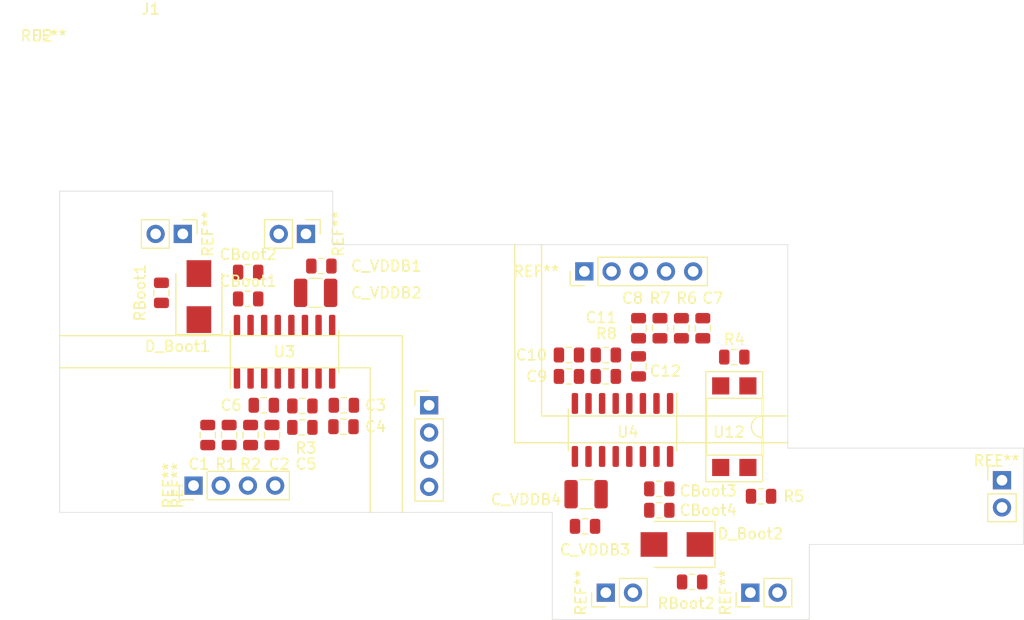
<source format=kicad_pcb>
(kicad_pcb (version 20171130) (host pcbnew 5.1.6-c6e7f7d~86~ubuntu20.04.1)

  (general
    (thickness 1.6)
    (drawings 22)
    (tracks 0)
    (zones 0)
    (modules 37)
    (nets 34)
  )

  (page A4)
  (layers
    (0 F.Cu signal)
    (31 B.Cu signal)
    (32 B.Adhes user)
    (33 F.Adhes user)
    (34 B.Paste user)
    (35 F.Paste user)
    (36 B.SilkS user)
    (37 F.SilkS user)
    (38 B.Mask user)
    (39 F.Mask user)
    (40 Dwgs.User user)
    (41 Cmts.User user)
    (42 Eco1.User user)
    (43 Eco2.User user)
    (44 Edge.Cuts user)
    (45 Margin user)
    (46 B.CrtYd user)
    (47 F.CrtYd user)
    (48 B.Fab user)
    (49 F.Fab user hide)
  )

  (setup
    (last_trace_width 0.25)
    (trace_clearance 0.2)
    (zone_clearance 0.508)
    (zone_45_only no)
    (trace_min 0.2)
    (via_size 0.8)
    (via_drill 0.4)
    (via_min_size 0.4)
    (via_min_drill 0.3)
    (uvia_size 0.3)
    (uvia_drill 0.1)
    (uvias_allowed no)
    (uvia_min_size 0.2)
    (uvia_min_drill 0.1)
    (edge_width 0.05)
    (segment_width 0.2)
    (pcb_text_width 0.3)
    (pcb_text_size 1.5 1.5)
    (mod_edge_width 0.12)
    (mod_text_size 1 1)
    (mod_text_width 0.15)
    (pad_size 1.524 1.524)
    (pad_drill 0.762)
    (pad_to_mask_clearance 0.05)
    (aux_axis_origin 0 0)
    (visible_elements FFFFFF7F)
    (pcbplotparams
      (layerselection 0x010fc_ffffffff)
      (usegerberextensions false)
      (usegerberattributes true)
      (usegerberadvancedattributes true)
      (creategerberjobfile true)
      (excludeedgelayer true)
      (linewidth 0.100000)
      (plotframeref false)
      (viasonmask false)
      (mode 1)
      (useauxorigin false)
      (hpglpennumber 1)
      (hpglpenspeed 20)
      (hpglpendiameter 15.000000)
      (psnegative false)
      (psa4output false)
      (plotreference true)
      (plotvalue true)
      (plotinvisibletext false)
      (padsonsilk false)
      (subtractmaskfromsilk false)
      (outputformat 1)
      (mirror false)
      (drillshape 1)
      (scaleselection 1)
      (outputdirectory ""))
  )

  (net 0 "")
  (net 1 "Net-(C1-Pad2)")
  (net 2 GNDD)
  (net 3 "Net-(C2-Pad1)")
  (net 4 +5C)
  (net 5 "Net-(C5-Pad1)")
  (net 6 "Net-(C7-Pad2)")
  (net 7 "Net-(C8-Pad1)")
  (net 8 "Net-(C11-Pad1)")
  (net 9 GNDREF)
  (net 10 +15V)
  (net 11 "Net-(CBoot1-Pad1)")
  (net 12 "Net-(CBoot3-Pad1)")
  (net 13 "Net-(D_Boot1-Pad1)")
  (net 14 "Net-(D_Boot2-Pad1)")
  (net 15 /N_GND_cmd)
  (net 16 "Net-(R4-Pad1)")
  (net 17 "Net-(U3-Pad13)")
  (net 18 "Net-(U3-Pad12)")
  (net 19 "Net-(U3-Pad7)")
  (net 20 "Net-(U4-Pad13)")
  (net 21 "Net-(U4-Pad12)")
  (net 22 "Net-(U4-Pad7)")
  (net 23 /SW_Node1)
  (net 24 /SW_Node2)
  (net 25 /Neutral_GND_cmd)
  (net 26 /PWM_H1)
  (net 27 /PWM_L1)
  (net 28 /PWM_H2)
  (net 29 /PWM_L2)
  (net 30 /PWM_H1_D)
  (net 31 /PWM_L1_D)
  (net 32 /PWM_L2_D)
  (net 33 /PWM_H2_D)

  (net_class Default "This is the default net class."
    (clearance 0.2)
    (trace_width 0.25)
    (via_dia 0.8)
    (via_drill 0.4)
    (uvia_dia 0.3)
    (uvia_drill 0.1)
    (add_net +15V)
    (add_net +5C)
    (add_net /N_GND_cmd)
    (add_net /Neutral_GND_cmd)
    (add_net /PWM_H1)
    (add_net /PWM_H1_D)
    (add_net /PWM_H2)
    (add_net /PWM_H2_D)
    (add_net /PWM_L1)
    (add_net /PWM_L1_D)
    (add_net /PWM_L2)
    (add_net /PWM_L2_D)
    (add_net /SW_Node1)
    (add_net /SW_Node2)
    (add_net GNDD)
    (add_net GNDREF)
    (add_net "Net-(C1-Pad2)")
    (add_net "Net-(C11-Pad1)")
    (add_net "Net-(C2-Pad1)")
    (add_net "Net-(C5-Pad1)")
    (add_net "Net-(C7-Pad2)")
    (add_net "Net-(C8-Pad1)")
    (add_net "Net-(CBoot1-Pad1)")
    (add_net "Net-(CBoot3-Pad1)")
    (add_net "Net-(D_Boot1-Pad1)")
    (add_net "Net-(D_Boot2-Pad1)")
    (add_net "Net-(R4-Pad1)")
    (add_net "Net-(U3-Pad12)")
    (add_net "Net-(U3-Pad13)")
    (add_net "Net-(U3-Pad7)")
    (add_net "Net-(U4-Pad12)")
    (add_net "Net-(U4-Pad13)")
    (add_net "Net-(U4-Pad7)")
  )

  (module Footprints:Driver_stage_outline_inputs (layer F.Cu) (tedit 5F478DA5) (tstamp 5F49AE8C)
    (at 29 99)
    (path /5F45EA71)
    (fp_text reference J2 (at -1.5 -2.5 180) (layer F.SilkS)
      (effects (font (size 1 1) (thickness 0.15)))
    )
    (fp_text value Driver_stage_outline_inputs (at 8.5 -2.5 180) (layer F.Fab)
      (effects (font (size 1 1) (thickness 0.15)))
    )
    (fp_text user REF** (at 11 39.5 90) (layer F.SilkS)
      (effects (font (size 1 1) (thickness 0.15)))
    )
    (fp_text user REF** (at 10.17 39.5 90) (layer F.SilkS)
      (effects (font (size 1 1) (thickness 0.15)))
    )
    (fp_text user %R (at 16.31 39.5 180) (layer F.Fab)
      (effects (font (size 1 1) (thickness 0.15)))
    )
    (fp_text user REF** (at 44.5 19.5 180) (layer F.SilkS)
      (effects (font (size 1 1) (thickness 0.15)))
    )
    (fp_text user %R (at 54.08 19.5 180) (layer F.Fab)
      (effects (font (size 1 1) (thickness 0.15)))
    )
    (fp_text user %R (at 34.5 35.81 90) (layer F.Fab)
      (effects (font (size 1 1) (thickness 0.15)))
    )
    (fp_line (start 68 36) (end 68 17) (layer Eco2.User) (width 0.12))
    (fp_line (start 90 36) (end 68 36) (layer Eco2.User) (width 0.12))
    (fp_line (start 90 45) (end 90 36) (layer Eco2.User) (width 0.12))
    (fp_line (start 70 45) (end 90 45) (layer Eco2.User) (width 0.12))
    (fp_line (start 70 52) (end 70 45) (layer Eco2.User) (width 0.12))
    (fp_line (start 46 42) (end 46 52) (layer Eco2.User) (width 0.12))
    (fp_line (start 21.9 41.3) (end 21.9 37.7) (layer F.CrtYd) (width 0.05))
    (fp_line (start 10.7 41.3) (end 21.9 41.3) (layer F.CrtYd) (width 0.05))
    (fp_line (start 10.7 37.7) (end 10.7 41.3) (layer F.CrtYd) (width 0.05))
    (fp_line (start 21.9 37.7) (end 10.7 37.7) (layer F.CrtYd) (width 0.05))
    (fp_line (start 13.77 40.83) (end 21.45 40.83) (layer F.SilkS) (width 0.12))
    (fp_line (start 11.23 38.23) (end 21.39 38.23) (layer F.Fab) (width 0.1))
    (fp_line (start 21.39 40.77) (end 11.865 40.77) (layer F.Fab) (width 0.1))
    (fp_line (start 11.17 40.83) (end 11.17 39.5) (layer F.SilkS) (width 0.12))
    (fp_line (start 13.77 40.83) (end 13.77 38.17) (layer F.SilkS) (width 0.12))
    (fp_line (start 13.77 38.17) (end 21.45 38.17) (layer F.SilkS) (width 0.12))
    (fp_line (start 21.39 38.23) (end 21.39 40.77) (layer F.Fab) (width 0.1))
    (fp_line (start 12.5 40.83) (end 11.17 40.83) (layer F.SilkS) (width 0.12))
    (fp_line (start 11.865 40.77) (end 11.23 40.135) (layer F.Fab) (width 0.1))
    (fp_line (start 21.45 40.83) (end 21.45 38.17) (layer F.SilkS) (width 0.12))
    (fp_line (start 11.23 40.135) (end 11.23 38.23) (layer F.Fab) (width 0.1))
    (fp_line (start 0 0) (end 0 10) (layer Eco2.User) (width 0.12))
    (fp_line (start 0 0) (end 11 0) (layer Eco2.User) (width 0.12))
    (fp_line (start 0 12) (end 0 42) (layer Eco2.User) (width 0.12))
    (fp_line (start 0 42) (end 46 42) (layer Eco2.User) (width 0.12))
    (fp_line (start 46 52) (end 70 52) (layer Eco2.User) (width 0.12))
    (fp_line (start 0 12) (end 25.5 12) (layer Eco2.User) (width 0.12))
    (fp_line (start 25.5 17) (end 68 17) (layer Eco2.User) (width 0.12))
    (fp_line (start 25.5 12) (end 25.5 17) (layer Eco2.User) (width 0.12))
    (fp_line (start 60.43 18.23) (end 60.43 20.77) (layer F.Fab) (width 0.1))
    (fp_line (start 47.73 18.23) (end 60.43 18.23) (layer F.Fab) (width 0.1))
    (fp_line (start 47.73 20.135) (end 47.73 18.23) (layer F.Fab) (width 0.1))
    (fp_line (start 47.2 17.7) (end 47.2 21.3) (layer F.CrtYd) (width 0.05))
    (fp_line (start 60.95 17.7) (end 47.2 17.7) (layer F.CrtYd) (width 0.05))
    (fp_line (start 60.95 21.3) (end 60.95 17.7) (layer F.CrtYd) (width 0.05))
    (fp_line (start 47.2 21.3) (end 60.95 21.3) (layer F.CrtYd) (width 0.05))
    (fp_line (start 47.67 20.83) (end 47.67 19.5) (layer F.SilkS) (width 0.12))
    (fp_line (start 49 20.83) (end 47.67 20.83) (layer F.SilkS) (width 0.12))
    (fp_line (start 50.27 20.83) (end 50.27 18.17) (layer F.SilkS) (width 0.12))
    (fp_line (start 50.27 18.17) (end 60.49 18.17) (layer F.SilkS) (width 0.12))
    (fp_line (start 50.27 20.83) (end 60.49 20.83) (layer F.SilkS) (width 0.12))
    (fp_line (start 60.49 20.83) (end 60.49 18.17) (layer F.SilkS) (width 0.12))
    (fp_line (start 48.365 20.77) (end 47.73 20.135) (layer F.Fab) (width 0.1))
    (fp_line (start 60.43 20.77) (end 48.365 20.77) (layer F.Fab) (width 0.1))
    (fp_line (start 32.7 41.4) (end 36.3 41.4) (layer F.CrtYd) (width 0.05))
    (fp_line (start 36.3 41.4) (end 36.3 30.2) (layer F.CrtYd) (width 0.05))
    (fp_line (start 33.17 33.27) (end 33.17 40.95) (layer F.SilkS) (width 0.12))
    (fp_line (start 33.17 30.67) (end 34.5 30.67) (layer F.SilkS) (width 0.12))
    (fp_line (start 33.17 33.27) (end 35.83 33.27) (layer F.SilkS) (width 0.12))
    (fp_line (start 33.23 40.89) (end 33.23 31.365) (layer F.Fab) (width 0.1))
    (fp_line (start 36.3 30.2) (end 32.7 30.2) (layer F.CrtYd) (width 0.05))
    (fp_line (start 32.7 30.2) (end 32.7 41.4) (layer F.CrtYd) (width 0.05))
    (fp_line (start 35.77 30.73) (end 35.77 40.89) (layer F.Fab) (width 0.1))
    (fp_line (start 35.83 33.27) (end 35.83 40.95) (layer F.SilkS) (width 0.12))
    (fp_line (start 35.77 40.89) (end 33.23 40.89) (layer F.Fab) (width 0.1))
    (fp_line (start 33.17 32) (end 33.17 30.67) (layer F.SilkS) (width 0.12))
    (fp_line (start 33.865 30.73) (end 35.77 30.73) (layer F.Fab) (width 0.1))
    (fp_line (start 33.23 31.365) (end 33.865 30.73) (layer F.Fab) (width 0.1))
    (fp_line (start 33.17 40.95) (end 35.83 40.95) (layer F.SilkS) (width 0.12))
    (pad 9 thru_hole oval (at 20.12 39.5 90) (size 1.7 1.7) (drill 1) (layers *.Cu *.Mask)
      (net 2 GNDD))
    (pad 8 thru_hole rect (at 12.5 39.5 90) (size 1.7 1.7) (drill 1) (layers *.Cu *.Mask)
      (net 4 +5C))
    (pad 3 thru_hole oval (at 15.04 39.5 90) (size 1.7 1.7) (drill 1) (layers *.Cu *.Mask)
      (net 30 /PWM_H1_D))
    (pad 4 thru_hole oval (at 17.58 39.5 90) (size 1.7 1.7) (drill 1) (layers *.Cu *.Mask)
      (net 31 /PWM_L1_D))
    (pad 6 thru_hole oval (at 56.62 19.5 90) (size 1.7 1.7) (drill 1) (layers *.Cu *.Mask)
      (net 32 /PWM_L2_D))
    (pad 5 thru_hole oval (at 54.08 19.5 90) (size 1.7 1.7) (drill 1) (layers *.Cu *.Mask)
      (net 33 /PWM_H2_D))
    (pad 9 thru_hole oval (at 51.54 19.5 90) (size 1.7 1.7) (drill 1) (layers *.Cu *.Mask)
      (net 2 GNDD))
    (pad 8 thru_hole rect (at 49 19.5 90) (size 1.7 1.7) (drill 1) (layers *.Cu *.Mask)
      (net 4 +5C))
    (pad 7 thru_hole oval (at 59.16 19.5 90) (size 1.7 1.7) (drill 1) (layers *.Cu *.Mask)
      (net 15 /N_GND_cmd))
    (pad 2 thru_hole oval (at 34.5 39.62) (size 1.7 1.7) (drill 1) (layers *.Cu *.Mask)
      (net 9 GNDREF))
    (pad 1 thru_hole rect (at 34.5 32) (size 1.7 1.7) (drill 1) (layers *.Cu *.Mask)
      (net 10 +15V))
    (pad 2 thru_hole oval (at 34.5 37.08) (size 1.7 1.7) (drill 1) (layers *.Cu *.Mask)
      (net 9 GNDREF))
    (pad 1 thru_hole oval (at 34.5 34.54) (size 1.7 1.7) (drill 1) (layers *.Cu *.Mask)
      (net 10 +15V))
    (model ${KIPRJMOD}/libs/footprints.pretty/footprints.3dshapes/TSW-104-17-G-S.stp
      (offset (xyz 16.5 -39.5 0))
      (scale (xyz 1 1 1))
      (rotate (xyz -90 0 0))
    )
    (model ${KISYS3DMOD}/Connector_PinHeader_2.54mm.3dshapes/PinHeader_1x04_P2.54mm_Vertical.wrl
      (offset (xyz 34.5 -32 0))
      (scale (xyz 1 1 1))
      (rotate (xyz 0 0 0))
    )
    (model ${KIPRJMOD}/libs/footprints.pretty/footprints.3dshapes/TSW-105-17-G-S.stp
      (offset (xyz 54 -19.5 0))
      (scale (xyz 1 1 1))
      (rotate (xyz -90 0 0))
    )
  )

  (module Footprints:Driver_stage_outline_outputs (layer F.Cu) (tedit 5F477F4F) (tstamp 5F49AE3A)
    (at 29 99)
    (path /5F4686E6)
    (fp_text reference J1 (at 8.5 -5 180) (layer F.SilkS)
      (effects (font (size 1 1) (thickness 0.15)))
    )
    (fp_text value Driver_stage_outline_outputs (at 8.5 -4 180) (layer F.Fab)
      (effects (font (size 1 1) (thickness 0.15)))
    )
    (fp_text user Driver_stage_outline (at 8.5 -2.5 180) (layer F.Fab)
      (effects (font (size 1 1) (thickness 0.15)))
    )
    (fp_text user REF** (at -1.5 -2.5 180) (layer F.SilkS)
      (effects (font (size 1 1) (thickness 0.15)))
    )
    (fp_text user %R (at 65.77 49.5 180) (layer F.Fab)
      (effects (font (size 1 1) (thickness 0.15)))
    )
    (fp_text user REF** (at 62.17 49.5 90) (layer F.SilkS)
      (effects (font (size 1 1) (thickness 0.15)))
    )
    (fp_text user %R (at 52.27 49.5 180) (layer F.Fab)
      (effects (font (size 1 1) (thickness 0.15)))
    )
    (fp_text user REF** (at 48.67 49.5 90) (layer F.SilkS)
      (effects (font (size 1 1) (thickness 0.15)))
    )
    (fp_text user %R (at 10.23 16) (layer F.Fab)
      (effects (font (size 1 1) (thickness 0.15)))
    )
    (fp_text user REF** (at 13.83 16 270) (layer F.SilkS)
      (effects (font (size 1 1) (thickness 0.15)))
    )
    (fp_text user %R (at 21.73 16) (layer F.Fab)
      (effects (font (size 1 1) (thickness 0.15)))
    )
    (fp_text user REF** (at 26 16 270) (layer F.SilkS)
      (effects (font (size 1 1) (thickness 0.15)))
    )
    (fp_text user %R (at 88 40.27 90) (layer F.Fab)
      (effects (font (size 1 1) (thickness 0.15)))
    )
    (fp_text user REF** (at 87.5 37.17) (layer F.SilkS)
      (effects (font (size 1 1) (thickness 0.15)))
    )
    (fp_line (start 65.77 50.83) (end 68.37 50.83) (layer F.SilkS) (width 0.12))
    (fp_line (start 65.77 48.17) (end 68.37 48.17) (layer F.SilkS) (width 0.12))
    (fp_line (start 62.7 51.3) (end 68.85 51.3) (layer F.CrtYd) (width 0.05))
    (fp_line (start 68.31 48.23) (end 68.31 50.77) (layer F.Fab) (width 0.1))
    (fp_line (start 63.23 50.135) (end 63.23 48.23) (layer F.Fab) (width 0.1))
    (fp_line (start 65.77 50.83) (end 65.77 48.17) (layer F.SilkS) (width 0.12))
    (fp_line (start 68.85 47.7) (end 62.7 47.7) (layer F.CrtYd) (width 0.05))
    (fp_line (start 64.5 50.83) (end 63.17 50.83) (layer F.SilkS) (width 0.12))
    (fp_line (start 68.31 50.77) (end 63.865 50.77) (layer F.Fab) (width 0.1))
    (fp_line (start 68.85 51.3) (end 68.85 47.7) (layer F.CrtYd) (width 0.05))
    (fp_line (start 63.865 50.77) (end 63.23 50.135) (layer F.Fab) (width 0.1))
    (fp_line (start 63.17 50.83) (end 63.17 49.5) (layer F.SilkS) (width 0.12))
    (fp_line (start 68.37 50.83) (end 68.37 48.17) (layer F.SilkS) (width 0.12))
    (fp_line (start 62.7 47.7) (end 62.7 51.3) (layer F.CrtYd) (width 0.05))
    (fp_line (start 63.23 48.23) (end 68.31 48.23) (layer F.Fab) (width 0.1))
    (fp_line (start 52.27 50.83) (end 54.87 50.83) (layer F.SilkS) (width 0.12))
    (fp_line (start 52.27 48.17) (end 54.87 48.17) (layer F.SilkS) (width 0.12))
    (fp_line (start 49.2 51.3) (end 55.35 51.3) (layer F.CrtYd) (width 0.05))
    (fp_line (start 54.81 48.23) (end 54.81 50.77) (layer F.Fab) (width 0.1))
    (fp_line (start 49.73 50.135) (end 49.73 48.23) (layer F.Fab) (width 0.1))
    (fp_line (start 52.27 50.83) (end 52.27 48.17) (layer F.SilkS) (width 0.12))
    (fp_line (start 55.35 47.7) (end 49.2 47.7) (layer F.CrtYd) (width 0.05))
    (fp_line (start 51 50.83) (end 49.67 50.83) (layer F.SilkS) (width 0.12))
    (fp_line (start 54.81 50.77) (end 50.365 50.77) (layer F.Fab) (width 0.1))
    (fp_line (start 55.35 51.3) (end 55.35 47.7) (layer F.CrtYd) (width 0.05))
    (fp_line (start 50.365 50.77) (end 49.73 50.135) (layer F.Fab) (width 0.1))
    (fp_line (start 49.67 50.83) (end 49.67 49.5) (layer F.SilkS) (width 0.12))
    (fp_line (start 54.87 50.83) (end 54.87 48.17) (layer F.SilkS) (width 0.12))
    (fp_line (start 49.2 47.7) (end 49.2 51.3) (layer F.CrtYd) (width 0.05))
    (fp_line (start 49.73 48.23) (end 54.81 48.23) (layer F.Fab) (width 0.1))
    (fp_line (start 10.23 14.67) (end 7.63 14.67) (layer F.SilkS) (width 0.12))
    (fp_line (start 10.23 17.33) (end 7.63 17.33) (layer F.SilkS) (width 0.12))
    (fp_line (start 13.3 14.2) (end 7.15 14.2) (layer F.CrtYd) (width 0.05))
    (fp_line (start 7.69 17.27) (end 7.69 14.73) (layer F.Fab) (width 0.1))
    (fp_line (start 12.77 15.365) (end 12.77 17.27) (layer F.Fab) (width 0.1))
    (fp_line (start 10.23 14.67) (end 10.23 17.33) (layer F.SilkS) (width 0.12))
    (fp_line (start 7.15 17.8) (end 13.3 17.8) (layer F.CrtYd) (width 0.05))
    (fp_line (start 11.5 14.67) (end 12.83 14.67) (layer F.SilkS) (width 0.12))
    (fp_line (start 7.69 14.73) (end 12.135 14.73) (layer F.Fab) (width 0.1))
    (fp_line (start 7.15 14.2) (end 7.15 17.8) (layer F.CrtYd) (width 0.05))
    (fp_line (start 12.135 14.73) (end 12.77 15.365) (layer F.Fab) (width 0.1))
    (fp_line (start 12.83 14.67) (end 12.83 16) (layer F.SilkS) (width 0.12))
    (fp_line (start 7.63 14.67) (end 7.63 17.33) (layer F.SilkS) (width 0.12))
    (fp_line (start 13.3 17.8) (end 13.3 14.2) (layer F.CrtYd) (width 0.05))
    (fp_line (start 12.77 17.27) (end 7.69 17.27) (layer F.Fab) (width 0.1))
    (fp_line (start 21.73 14.67) (end 19.13 14.67) (layer F.SilkS) (width 0.12))
    (fp_line (start 21.73 17.33) (end 19.13 17.33) (layer F.SilkS) (width 0.12))
    (fp_line (start 24.8 14.2) (end 18.65 14.2) (layer F.CrtYd) (width 0.05))
    (fp_line (start 19.19 17.27) (end 19.19 14.73) (layer F.Fab) (width 0.1))
    (fp_line (start 24.27 15.365) (end 24.27 17.27) (layer F.Fab) (width 0.1))
    (fp_line (start 21.73 14.67) (end 21.73 17.33) (layer F.SilkS) (width 0.12))
    (fp_line (start 18.65 17.8) (end 24.8 17.8) (layer F.CrtYd) (width 0.05))
    (fp_line (start 23 14.67) (end 24.33 14.67) (layer F.SilkS) (width 0.12))
    (fp_line (start 19.19 14.73) (end 23.635 14.73) (layer F.Fab) (width 0.1))
    (fp_line (start 18.65 14.2) (end 18.65 17.8) (layer F.CrtYd) (width 0.05))
    (fp_line (start 23.635 14.73) (end 24.27 15.365) (layer F.Fab) (width 0.1))
    (fp_line (start 24.33 14.67) (end 24.33 16) (layer F.SilkS) (width 0.12))
    (fp_line (start 19.13 14.67) (end 19.13 17.33) (layer F.SilkS) (width 0.12))
    (fp_line (start 24.8 17.8) (end 24.8 14.2) (layer F.CrtYd) (width 0.05))
    (fp_line (start 24.27 17.27) (end 19.19 17.27) (layer F.Fab) (width 0.1))
    (fp_line (start 86.67 40.27) (end 86.67 42.87) (layer F.SilkS) (width 0.12))
    (fp_line (start 89.33 40.27) (end 89.33 42.87) (layer F.SilkS) (width 0.12))
    (fp_line (start 86.2 37.2) (end 86.2 43.35) (layer F.CrtYd) (width 0.05))
    (fp_line (start 89.27 42.81) (end 86.73 42.81) (layer F.Fab) (width 0.1))
    (fp_line (start 87.365 37.73) (end 89.27 37.73) (layer F.Fab) (width 0.1))
    (fp_line (start 86.67 40.27) (end 89.33 40.27) (layer F.SilkS) (width 0.12))
    (fp_line (start 89.8 43.35) (end 89.8 37.2) (layer F.CrtYd) (width 0.05))
    (fp_line (start 86.67 39) (end 86.67 37.67) (layer F.SilkS) (width 0.12))
    (fp_line (start 86.73 42.81) (end 86.73 38.365) (layer F.Fab) (width 0.1))
    (fp_line (start 86.2 43.35) (end 89.8 43.35) (layer F.CrtYd) (width 0.05))
    (fp_line (start 86.73 38.365) (end 87.365 37.73) (layer F.Fab) (width 0.1))
    (fp_line (start 86.67 37.67) (end 88 37.67) (layer F.SilkS) (width 0.12))
    (fp_line (start 86.67 42.87) (end 89.33 42.87) (layer F.SilkS) (width 0.12))
    (fp_line (start 89.8 37.2) (end 86.2 37.2) (layer F.CrtYd) (width 0.05))
    (fp_line (start 89.27 37.73) (end 89.27 42.81) (layer F.Fab) (width 0.1))
    (fp_line (start 25.5 12) (end 25.5 17) (layer Eco2.User) (width 0.12))
    (fp_line (start 0 12) (end 0 42) (layer Eco2.User) (width 0.12))
    (fp_line (start 90 36) (end 68 36) (layer Eco2.User) (width 0.12))
    (fp_line (start 70 45) (end 90 45) (layer Eco2.User) (width 0.12))
    (fp_line (start 90 45) (end 90 36) (layer Eco2.User) (width 0.12))
    (fp_line (start 0 0) (end 0 10) (layer Eco2.User) (width 0.12))
    (fp_line (start 0 42) (end 46 42) (layer Eco2.User) (width 0.12))
    (fp_line (start 0 12) (end 25.5 12) (layer Eco2.User) (width 0.12))
    (fp_line (start 25.5 17) (end 68 17) (layer Eco2.User) (width 0.12))
    (fp_line (start 0 0) (end 11 0) (layer Eco2.User) (width 0.12))
    (fp_line (start 68 36) (end 68 17) (layer Eco2.User) (width 0.12))
    (fp_line (start 46 42) (end 46 52) (layer Eco2.User) (width 0.12))
    (fp_line (start 70 52) (end 70 45) (layer Eco2.User) (width 0.12))
    (fp_line (start 46 52) (end 70 52) (layer Eco2.User) (width 0.12))
    (pad 20 thru_hole rect (at 64.5 49.5 90) (size 1.7 1.7) (drill 1) (layers *.Cu *.Mask)
      (net 29 /PWM_L2))
    (pad 19 thru_hole oval (at 67.04 49.5 90) (size 1.7 1.7) (drill 1) (layers *.Cu *.Mask)
      (net 9 GNDREF))
    (pad 22 thru_hole rect (at 51 49.5 90) (size 1.7 1.7) (drill 1) (layers *.Cu *.Mask)
      (net 28 /PWM_H2))
    (pad 21 thru_hole oval (at 53.54 49.5 90) (size 1.7 1.7) (drill 1) (layers *.Cu *.Mask)
      (net 24 /SW_Node2))
    (pad 24 thru_hole rect (at 11.5 16 270) (size 1.7 1.7) (drill 1) (layers *.Cu *.Mask)
      (net 27 /PWM_L1))
    (pad 23 thru_hole oval (at 8.96 16 270) (size 1.7 1.7) (drill 1) (layers *.Cu *.Mask)
      (net 9 GNDREF))
    (pad 26 thru_hole rect (at 23 16 270) (size 1.7 1.7) (drill 1) (layers *.Cu *.Mask)
      (net 26 /PWM_H1))
    (pad 25 thru_hole oval (at 20.46 16 270) (size 1.7 1.7) (drill 1) (layers *.Cu *.Mask)
      (net 23 /SW_Node1))
    (pad 28 thru_hole rect (at 88 39) (size 1.7 1.7) (drill 1) (layers *.Cu *.Mask)
      (net 9 GNDREF))
    (pad 27 thru_hole oval (at 88 41.54) (size 1.7 1.7) (drill 1) (layers *.Cu *.Mask)
      (net 25 /Neutral_GND_cmd))
    (model ${KISYS3DMOD}/Connector_PinSocket_2.54mm.3dshapes/PinSocket_1x02_P2.54mm_Vertical.step
      (offset (xyz 88 -39 -1.6))
      (scale (xyz 1 1 1))
      (rotate (xyz 0 -180 0))
    )
    (model ${KISYS3DMOD}/Connector_PinSocket_2.54mm.3dshapes/PinSocket_1x02_P2.54mm_Vertical.step
      (offset (xyz 11.5 -16 -1.6))
      (scale (xyz 1 1 1))
      (rotate (xyz 0 180 90))
    )
    (model ${KISYS3DMOD}/Connector_PinSocket_2.54mm.3dshapes/PinSocket_1x02_P2.54mm_Vertical.step
      (offset (xyz 23 -16 -1.6))
      (scale (xyz 1 1 1))
      (rotate (xyz 0 180 90))
    )
    (model ${KISYS3DMOD}/Connector_PinSocket_2.54mm.3dshapes/PinSocket_1x02_P2.54mm_Vertical.step
      (offset (xyz 53.5 -49.5 -1.6))
      (scale (xyz 1 1 1))
      (rotate (xyz 0 180 90))
    )
    (model ${KISYS3DMOD}/Connector_PinSocket_2.54mm.3dshapes/PinSocket_1x02_P2.54mm_Vertical.step
      (offset (xyz 67 -49.5 -1.6))
      (scale (xyz 1 1 1))
      (rotate (xyz 0 180 90))
    )
  )

  (module Diode_SMD:D_SMB (layer F.Cu) (tedit 58645DF3) (tstamp 5F320057)
    (at 86.65 144 180)
    (descr "Diode SMB (DO-214AA)")
    (tags "Diode SMB (DO-214AA)")
    (path /5F2CDDA0)
    (attr smd)
    (fp_text reference D_Boot2 (at -6.85 1) (layer F.SilkS)
      (effects (font (size 1 1) (thickness 0.15)))
    )
    (fp_text value D_Schottky_AKA (at 0 3.1) (layer F.Fab)
      (effects (font (size 1 1) (thickness 0.15)))
    )
    (fp_line (start -3.55 -2.15) (end 2.15 -2.15) (layer F.SilkS) (width 0.12))
    (fp_line (start -3.55 2.15) (end 2.15 2.15) (layer F.SilkS) (width 0.12))
    (fp_line (start -0.64944 0.00102) (end 0.50118 -0.79908) (layer F.Fab) (width 0.1))
    (fp_line (start -0.64944 0.00102) (end 0.50118 0.75032) (layer F.Fab) (width 0.1))
    (fp_line (start 0.50118 0.75032) (end 0.50118 -0.79908) (layer F.Fab) (width 0.1))
    (fp_line (start -0.64944 -0.79908) (end -0.64944 0.80112) (layer F.Fab) (width 0.1))
    (fp_line (start 0.50118 0.00102) (end 1.4994 0.00102) (layer F.Fab) (width 0.1))
    (fp_line (start -0.64944 0.00102) (end -1.55114 0.00102) (layer F.Fab) (width 0.1))
    (fp_line (start -3.65 2.25) (end -3.65 -2.25) (layer F.CrtYd) (width 0.05))
    (fp_line (start 3.65 2.25) (end -3.65 2.25) (layer F.CrtYd) (width 0.05))
    (fp_line (start 3.65 -2.25) (end 3.65 2.25) (layer F.CrtYd) (width 0.05))
    (fp_line (start -3.65 -2.25) (end 3.65 -2.25) (layer F.CrtYd) (width 0.05))
    (fp_line (start 2.3 -2) (end -2.3 -2) (layer F.Fab) (width 0.1))
    (fp_line (start 2.3 -2) (end 2.3 2) (layer F.Fab) (width 0.1))
    (fp_line (start -2.3 2) (end -2.3 -2) (layer F.Fab) (width 0.1))
    (fp_line (start 2.3 2) (end -2.3 2) (layer F.Fab) (width 0.1))
    (fp_line (start -3.55 -2.15) (end -3.55 2.15) (layer F.SilkS) (width 0.12))
    (fp_text user %R (at 0 -3) (layer F.Fab)
      (effects (font (size 1 1) (thickness 0.15)))
    )
    (pad 2 smd rect (at 2.15 0 180) (size 2.5 2.3) (layers F.Cu F.Paste F.Mask)
      (net 12 "Net-(CBoot3-Pad1)"))
    (pad 1 smd rect (at -2.15 0 180) (size 2.5 2.3) (layers F.Cu F.Paste F.Mask)
      (net 14 "Net-(D_Boot2-Pad1)"))
    (model ${KISYS3DMOD}/Diode_SMD.3dshapes/D_SMB.wrl
      (at (xyz 0 0 0))
      (scale (xyz 1 1 1))
      (rotate (xyz 0 0 0))
    )
  )

  (module Diode_SMD:D_SMB (layer F.Cu) (tedit 58645DF3) (tstamp 5F32003F)
    (at 42 120.85 90)
    (descr "Diode SMB (DO-214AA)")
    (tags "Diode SMB (DO-214AA)")
    (path /5EA37288)
    (attr smd)
    (fp_text reference D_Boot1 (at -4.65 -2 180) (layer F.SilkS)
      (effects (font (size 1 1) (thickness 0.15)))
    )
    (fp_text value D_Schottky_AKA (at 0 3.1 90) (layer F.Fab)
      (effects (font (size 1 1) (thickness 0.15)))
    )
    (fp_line (start -3.55 -2.15) (end 2.15 -2.15) (layer F.SilkS) (width 0.12))
    (fp_line (start -3.55 2.15) (end 2.15 2.15) (layer F.SilkS) (width 0.12))
    (fp_line (start -0.64944 0.00102) (end 0.50118 -0.79908) (layer F.Fab) (width 0.1))
    (fp_line (start -0.64944 0.00102) (end 0.50118 0.75032) (layer F.Fab) (width 0.1))
    (fp_line (start 0.50118 0.75032) (end 0.50118 -0.79908) (layer F.Fab) (width 0.1))
    (fp_line (start -0.64944 -0.79908) (end -0.64944 0.80112) (layer F.Fab) (width 0.1))
    (fp_line (start 0.50118 0.00102) (end 1.4994 0.00102) (layer F.Fab) (width 0.1))
    (fp_line (start -0.64944 0.00102) (end -1.55114 0.00102) (layer F.Fab) (width 0.1))
    (fp_line (start -3.65 2.25) (end -3.65 -2.25) (layer F.CrtYd) (width 0.05))
    (fp_line (start 3.65 2.25) (end -3.65 2.25) (layer F.CrtYd) (width 0.05))
    (fp_line (start 3.65 -2.25) (end 3.65 2.25) (layer F.CrtYd) (width 0.05))
    (fp_line (start -3.65 -2.25) (end 3.65 -2.25) (layer F.CrtYd) (width 0.05))
    (fp_line (start 2.3 -2) (end -2.3 -2) (layer F.Fab) (width 0.1))
    (fp_line (start 2.3 -2) (end 2.3 2) (layer F.Fab) (width 0.1))
    (fp_line (start -2.3 2) (end -2.3 -2) (layer F.Fab) (width 0.1))
    (fp_line (start 2.3 2) (end -2.3 2) (layer F.Fab) (width 0.1))
    (fp_line (start -3.55 -2.15) (end -3.55 2.15) (layer F.SilkS) (width 0.12))
    (fp_text user %R (at 0 -3 90) (layer F.Fab)
      (effects (font (size 1 1) (thickness 0.15)))
    )
    (pad 2 smd rect (at 2.15 0 90) (size 2.5 2.3) (layers F.Cu F.Paste F.Mask)
      (net 11 "Net-(CBoot1-Pad1)"))
    (pad 1 smd rect (at -2.15 0 90) (size 2.5 2.3) (layers F.Cu F.Paste F.Mask)
      (net 13 "Net-(D_Boot1-Pad1)"))
    (model ${KISYS3DMOD}/Diode_SMD.3dshapes/D_SMB.wrl
      (at (xyz 0 0 0))
      (scale (xyz 1 1 1))
      (rotate (xyz 0 0 0))
    )
  )

  (module Package_DIP:DIP-4_W7.62mm_SMDSocket_SmallPads (layer F.Cu) (tedit 5A02E8C5) (tstamp 5F2CBE8C)
    (at 92 133 270)
    (descr "4-lead though-hole mounted DIP package, row spacing 7.62 mm (300 mils), SMDSocket, SmallPads")
    (tags "THT DIP DIL PDIP 2.54mm 7.62mm 300mil SMDSocket SmallPads")
    (path /5EBEB52C)
    (attr smd)
    (fp_text reference U12 (at 0.5 0.5 180) (layer F.SilkS)
      (effects (font (size 1 1) (thickness 0.15)))
    )
    (fp_text value SFH617A-2X009T (at 0 3.6 90) (layer F.Fab)
      (effects (font (size 1 1) (thickness 0.15)))
    )
    (fp_line (start 5.35 -2.85) (end -5.35 -2.85) (layer F.CrtYd) (width 0.05))
    (fp_line (start 5.35 2.85) (end 5.35 -2.85) (layer F.CrtYd) (width 0.05))
    (fp_line (start -5.35 2.85) (end 5.35 2.85) (layer F.CrtYd) (width 0.05))
    (fp_line (start -5.35 -2.85) (end -5.35 2.85) (layer F.CrtYd) (width 0.05))
    (fp_line (start 5.14 -2.66) (end -5.14 -2.66) (layer F.SilkS) (width 0.12))
    (fp_line (start 5.14 2.66) (end 5.14 -2.66) (layer F.SilkS) (width 0.12))
    (fp_line (start -5.14 2.66) (end 5.14 2.66) (layer F.SilkS) (width 0.12))
    (fp_line (start -5.14 -2.66) (end -5.14 2.66) (layer F.SilkS) (width 0.12))
    (fp_line (start 2.65 -2.6) (end 1 -2.6) (layer F.SilkS) (width 0.12))
    (fp_line (start 2.65 2.6) (end 2.65 -2.6) (layer F.SilkS) (width 0.12))
    (fp_line (start -2.65 2.6) (end 2.65 2.6) (layer F.SilkS) (width 0.12))
    (fp_line (start -2.65 -2.6) (end -2.65 2.6) (layer F.SilkS) (width 0.12))
    (fp_line (start -1 -2.6) (end -2.65 -2.6) (layer F.SilkS) (width 0.12))
    (fp_line (start 5.08 -2.6) (end -5.08 -2.6) (layer F.Fab) (width 0.1))
    (fp_line (start 5.08 2.6) (end 5.08 -2.6) (layer F.Fab) (width 0.1))
    (fp_line (start -5.08 2.6) (end 5.08 2.6) (layer F.Fab) (width 0.1))
    (fp_line (start -5.08 -2.6) (end -5.08 2.6) (layer F.Fab) (width 0.1))
    (fp_line (start -3.175 -1.54) (end -2.175 -2.54) (layer F.Fab) (width 0.1))
    (fp_line (start -3.175 2.54) (end -3.175 -1.54) (layer F.Fab) (width 0.1))
    (fp_line (start 3.175 2.54) (end -3.175 2.54) (layer F.Fab) (width 0.1))
    (fp_line (start 3.175 -2.54) (end 3.175 2.54) (layer F.Fab) (width 0.1))
    (fp_line (start -2.175 -2.54) (end 3.175 -2.54) (layer F.Fab) (width 0.1))
    (fp_text user %R (at 0 0 90) (layer F.Fab)
      (effects (font (size 1 1) (thickness 0.15)))
    )
    (fp_arc (start 0 -2.6) (end -1 -2.6) (angle -180) (layer F.SilkS) (width 0.12))
    (pad 4 smd rect (at 3.81 -1.27 270) (size 1.6 1.6) (layers F.Cu F.Paste F.Mask)
      (net 10 +15V))
    (pad 2 smd rect (at -3.81 1.27 270) (size 1.6 1.6) (layers F.Cu F.Paste F.Mask)
      (net 16 "Net-(R4-Pad1)"))
    (pad 3 smd rect (at 3.81 1.27 270) (size 1.6 1.6) (layers F.Cu F.Paste F.Mask)
      (net 25 /Neutral_GND_cmd))
    (pad 1 smd rect (at -3.81 -1.27 270) (size 1.6 1.6) (layers F.Cu F.Paste F.Mask)
      (net 15 /N_GND_cmd))
    (model ${KISYS3DMOD}/Package_DIP.3dshapes/DIP-4_W7.62mm_SMDSocket.wrl
      (at (xyz 0 0 0))
      (scale (xyz 1 1 1))
      (rotate (xyz 0 0 0))
    )
  )

  (module Package_SO:SOIC-16_3.9x9.9mm_P1.27mm (layer F.Cu) (tedit 5D9F72B1) (tstamp 5F2CBE6C)
    (at 81.56 133.305 270)
    (descr "SOIC, 16 Pin (JEDEC MS-012AC, https://www.analog.com/media/en/package-pcb-resources/package/pkg_pdf/soic_narrow-r/r_16.pdf), generated with kicad-footprint-generator ipc_gullwing_generator.py")
    (tags "SOIC SO")
    (path /5F2CDCCA)
    (attr smd)
    (fp_text reference U4 (at 0.195 -0.5 180) (layer F.SilkS)
      (effects (font (size 1 1) (thickness 0.15)))
    )
    (fp_text value UCC21520DW (at 0 5.9 90) (layer F.Fab)
      (effects (font (size 1 1) (thickness 0.15)))
    )
    (fp_line (start 3.7 -5.2) (end -3.7 -5.2) (layer F.CrtYd) (width 0.05))
    (fp_line (start 3.7 5.2) (end 3.7 -5.2) (layer F.CrtYd) (width 0.05))
    (fp_line (start -3.7 5.2) (end 3.7 5.2) (layer F.CrtYd) (width 0.05))
    (fp_line (start -3.7 -5.2) (end -3.7 5.2) (layer F.CrtYd) (width 0.05))
    (fp_line (start -1.95 -3.975) (end -0.975 -4.95) (layer F.Fab) (width 0.1))
    (fp_line (start -1.95 4.95) (end -1.95 -3.975) (layer F.Fab) (width 0.1))
    (fp_line (start 1.95 4.95) (end -1.95 4.95) (layer F.Fab) (width 0.1))
    (fp_line (start 1.95 -4.95) (end 1.95 4.95) (layer F.Fab) (width 0.1))
    (fp_line (start -0.975 -4.95) (end 1.95 -4.95) (layer F.Fab) (width 0.1))
    (fp_line (start 0 -5.06) (end -3.45 -5.06) (layer F.SilkS) (width 0.12))
    (fp_line (start 0 -5.06) (end 1.95 -5.06) (layer F.SilkS) (width 0.12))
    (fp_line (start 0 5.06) (end -1.95 5.06) (layer F.SilkS) (width 0.12))
    (fp_line (start 0 5.06) (end 1.95 5.06) (layer F.SilkS) (width 0.12))
    (fp_text user %R (at 0 0 90) (layer F.Fab)
      (effects (font (size 0.98 0.98) (thickness 0.15)))
    )
    (pad 16 smd roundrect (at 2.475 -4.445 270) (size 1.95 0.6) (layers F.Cu F.Paste F.Mask) (roundrect_rratio 0.25)
      (net 12 "Net-(CBoot3-Pad1)"))
    (pad 15 smd roundrect (at 2.475 -3.175 270) (size 1.95 0.6) (layers F.Cu F.Paste F.Mask) (roundrect_rratio 0.25)
      (net 28 /PWM_H2))
    (pad 14 smd roundrect (at 2.475 -1.905 270) (size 1.95 0.6) (layers F.Cu F.Paste F.Mask) (roundrect_rratio 0.25)
      (net 24 /SW_Node2))
    (pad 13 smd roundrect (at 2.475 -0.635 270) (size 1.95 0.6) (layers F.Cu F.Paste F.Mask) (roundrect_rratio 0.25)
      (net 20 "Net-(U4-Pad13)"))
    (pad 12 smd roundrect (at 2.475 0.635 270) (size 1.95 0.6) (layers F.Cu F.Paste F.Mask) (roundrect_rratio 0.25)
      (net 21 "Net-(U4-Pad12)"))
    (pad 11 smd roundrect (at 2.475 1.905 270) (size 1.95 0.6) (layers F.Cu F.Paste F.Mask) (roundrect_rratio 0.25)
      (net 10 +15V))
    (pad 10 smd roundrect (at 2.475 3.175 270) (size 1.95 0.6) (layers F.Cu F.Paste F.Mask) (roundrect_rratio 0.25)
      (net 29 /PWM_L2))
    (pad 9 smd roundrect (at 2.475 4.445 270) (size 1.95 0.6) (layers F.Cu F.Paste F.Mask) (roundrect_rratio 0.25)
      (net 9 GNDREF))
    (pad 8 smd roundrect (at -2.475 4.445 270) (size 1.95 0.6) (layers F.Cu F.Paste F.Mask) (roundrect_rratio 0.25)
      (net 4 +5C))
    (pad 7 smd roundrect (at -2.475 3.175 270) (size 1.95 0.6) (layers F.Cu F.Paste F.Mask) (roundrect_rratio 0.25)
      (net 22 "Net-(U4-Pad7)"))
    (pad 6 smd roundrect (at -2.475 1.905 270) (size 1.95 0.6) (layers F.Cu F.Paste F.Mask) (roundrect_rratio 0.25)
      (net 8 "Net-(C11-Pad1)"))
    (pad 5 smd roundrect (at -2.475 0.635 270) (size 1.95 0.6) (layers F.Cu F.Paste F.Mask) (roundrect_rratio 0.25)
      (net 2 GNDD))
    (pad 4 smd roundrect (at -2.475 -0.635 270) (size 1.95 0.6) (layers F.Cu F.Paste F.Mask) (roundrect_rratio 0.25)
      (net 2 GNDD))
    (pad 3 smd roundrect (at -2.475 -1.905 270) (size 1.95 0.6) (layers F.Cu F.Paste F.Mask) (roundrect_rratio 0.25)
      (net 4 +5C))
    (pad 2 smd roundrect (at -2.475 -3.175 270) (size 1.95 0.6) (layers F.Cu F.Paste F.Mask) (roundrect_rratio 0.25)
      (net 7 "Net-(C8-Pad1)"))
    (pad 1 smd roundrect (at -2.475 -4.445 270) (size 1.95 0.6) (layers F.Cu F.Paste F.Mask) (roundrect_rratio 0.25)
      (net 6 "Net-(C7-Pad2)"))
    (model ${KISYS3DMOD}/Package_SO.3dshapes/SOIC-16_3.9x9.9mm_P1.27mm.wrl
      (at (xyz 0 0 0))
      (scale (xyz 1 1 1))
      (rotate (xyz 0 0 0))
    )
  )

  (module Package_SO:SOIC-16_3.9x9.9mm_P1.27mm (layer F.Cu) (tedit 5D9F72B1) (tstamp 5F2CBE4A)
    (at 50 126 90)
    (descr "SOIC, 16 Pin (JEDEC MS-012AC, https://www.analog.com/media/en/package-pcb-resources/package/pkg_pdf/soic_narrow-r/r_16.pdf), generated with kicad-footprint-generator ipc_gullwing_generator.py")
    (tags "SOIC SO")
    (path /5EA37157)
    (attr smd)
    (fp_text reference U3 (at 0 0 180) (layer F.SilkS)
      (effects (font (size 1 1) (thickness 0.15)))
    )
    (fp_text value UCC21520DW (at 0 5.9 90) (layer F.Fab)
      (effects (font (size 1 1) (thickness 0.15)))
    )
    (fp_line (start 3.7 -5.2) (end -3.7 -5.2) (layer F.CrtYd) (width 0.05))
    (fp_line (start 3.7 5.2) (end 3.7 -5.2) (layer F.CrtYd) (width 0.05))
    (fp_line (start -3.7 5.2) (end 3.7 5.2) (layer F.CrtYd) (width 0.05))
    (fp_line (start -3.7 -5.2) (end -3.7 5.2) (layer F.CrtYd) (width 0.05))
    (fp_line (start -1.95 -3.975) (end -0.975 -4.95) (layer F.Fab) (width 0.1))
    (fp_line (start -1.95 4.95) (end -1.95 -3.975) (layer F.Fab) (width 0.1))
    (fp_line (start 1.95 4.95) (end -1.95 4.95) (layer F.Fab) (width 0.1))
    (fp_line (start 1.95 -4.95) (end 1.95 4.95) (layer F.Fab) (width 0.1))
    (fp_line (start -0.975 -4.95) (end 1.95 -4.95) (layer F.Fab) (width 0.1))
    (fp_line (start 0 -5.06) (end -3.45 -5.06) (layer F.SilkS) (width 0.12))
    (fp_line (start 0 -5.06) (end 1.95 -5.06) (layer F.SilkS) (width 0.12))
    (fp_line (start 0 5.06) (end -1.95 5.06) (layer F.SilkS) (width 0.12))
    (fp_line (start 0 5.06) (end 1.95 5.06) (layer F.SilkS) (width 0.12))
    (fp_text user %R (at 0.484999 -0.075001 90) (layer F.Fab)
      (effects (font (size 0.98 0.98) (thickness 0.15)))
    )
    (pad 16 smd roundrect (at 2.475 -4.445 90) (size 1.95 0.6) (layers F.Cu F.Paste F.Mask) (roundrect_rratio 0.25)
      (net 11 "Net-(CBoot1-Pad1)"))
    (pad 15 smd roundrect (at 2.475 -3.175 90) (size 1.95 0.6) (layers F.Cu F.Paste F.Mask) (roundrect_rratio 0.25)
      (net 26 /PWM_H1))
    (pad 14 smd roundrect (at 2.475 -1.905 90) (size 1.95 0.6) (layers F.Cu F.Paste F.Mask) (roundrect_rratio 0.25)
      (net 23 /SW_Node1))
    (pad 13 smd roundrect (at 2.475 -0.635 90) (size 1.95 0.6) (layers F.Cu F.Paste F.Mask) (roundrect_rratio 0.25)
      (net 17 "Net-(U3-Pad13)"))
    (pad 12 smd roundrect (at 2.475 0.635 90) (size 1.95 0.6) (layers F.Cu F.Paste F.Mask) (roundrect_rratio 0.25)
      (net 18 "Net-(U3-Pad12)"))
    (pad 11 smd roundrect (at 2.475 1.905 90) (size 1.95 0.6) (layers F.Cu F.Paste F.Mask) (roundrect_rratio 0.25)
      (net 10 +15V))
    (pad 10 smd roundrect (at 2.475 3.175 90) (size 1.95 0.6) (layers F.Cu F.Paste F.Mask) (roundrect_rratio 0.25)
      (net 27 /PWM_L1))
    (pad 9 smd roundrect (at 2.475 4.445 90) (size 1.95 0.6) (layers F.Cu F.Paste F.Mask) (roundrect_rratio 0.25)
      (net 9 GNDREF))
    (pad 8 smd roundrect (at -2.475 4.445 90) (size 1.95 0.6) (layers F.Cu F.Paste F.Mask) (roundrect_rratio 0.25)
      (net 4 +5C))
    (pad 7 smd roundrect (at -2.475 3.175 90) (size 1.95 0.6) (layers F.Cu F.Paste F.Mask) (roundrect_rratio 0.25)
      (net 19 "Net-(U3-Pad7)"))
    (pad 6 smd roundrect (at -2.475 1.905 90) (size 1.95 0.6) (layers F.Cu F.Paste F.Mask) (roundrect_rratio 0.25)
      (net 5 "Net-(C5-Pad1)"))
    (pad 5 smd roundrect (at -2.475 0.635 90) (size 1.95 0.6) (layers F.Cu F.Paste F.Mask) (roundrect_rratio 0.25)
      (net 2 GNDD))
    (pad 4 smd roundrect (at -2.475 -0.635 90) (size 1.95 0.6) (layers F.Cu F.Paste F.Mask) (roundrect_rratio 0.25)
      (net 2 GNDD))
    (pad 3 smd roundrect (at -2.475 -1.905 90) (size 1.95 0.6) (layers F.Cu F.Paste F.Mask) (roundrect_rratio 0.25)
      (net 4 +5C))
    (pad 2 smd roundrect (at -2.475 -3.175 90) (size 1.95 0.6) (layers F.Cu F.Paste F.Mask) (roundrect_rratio 0.25)
      (net 3 "Net-(C2-Pad1)"))
    (pad 1 smd roundrect (at -2.475 -4.445 90) (size 1.95 0.6) (layers F.Cu F.Paste F.Mask) (roundrect_rratio 0.25)
      (net 1 "Net-(C1-Pad2)"))
    (model ${KISYS3DMOD}/Package_SO.3dshapes/SOIC-16_3.9x9.9mm_P1.27mm.wrl
      (at (xyz 0 0 0))
      (scale (xyz 1 1 1))
      (rotate (xyz 0 0 0))
    )
  )

  (module Resistor_SMD:R_0805_2012Metric (layer F.Cu) (tedit 5B36C52B) (tstamp 5F2CBDF6)
    (at 88.0625 147.5 180)
    (descr "Resistor SMD 0805 (2012 Metric), square (rectangular) end terminal, IPC_7351 nominal, (Body size source: https://docs.google.com/spreadsheets/d/1BsfQQcO9C6DZCsRaXUlFlo91Tg2WpOkGARC1WS5S8t0/edit?usp=sharing), generated with kicad-footprint-generator")
    (tags resistor)
    (path /5F2CDCE5)
    (attr smd)
    (fp_text reference RBoot2 (at 0.5625 -2) (layer F.SilkS)
      (effects (font (size 1 1) (thickness 0.15)))
    )
    (fp_text value R (at 0 1.65) (layer F.Fab)
      (effects (font (size 1 1) (thickness 0.15)))
    )
    (fp_line (start 1.68 0.95) (end -1.68 0.95) (layer F.CrtYd) (width 0.05))
    (fp_line (start 1.68 -0.95) (end 1.68 0.95) (layer F.CrtYd) (width 0.05))
    (fp_line (start -1.68 -0.95) (end 1.68 -0.95) (layer F.CrtYd) (width 0.05))
    (fp_line (start -1.68 0.95) (end -1.68 -0.95) (layer F.CrtYd) (width 0.05))
    (fp_line (start -0.258578 0.71) (end 0.258578 0.71) (layer F.SilkS) (width 0.12))
    (fp_line (start -0.258578 -0.71) (end 0.258578 -0.71) (layer F.SilkS) (width 0.12))
    (fp_line (start 1 0.6) (end -1 0.6) (layer F.Fab) (width 0.1))
    (fp_line (start 1 -0.6) (end 1 0.6) (layer F.Fab) (width 0.1))
    (fp_line (start -1 -0.6) (end 1 -0.6) (layer F.Fab) (width 0.1))
    (fp_line (start -1 0.6) (end -1 -0.6) (layer F.Fab) (width 0.1))
    (fp_text user %R (at 0 0) (layer F.Fab)
      (effects (font (size 0.5 0.5) (thickness 0.08)))
    )
    (pad 2 smd roundrect (at 0.9375 0 180) (size 0.975 1.4) (layers F.Cu F.Paste F.Mask) (roundrect_rratio 0.25)
      (net 10 +15V))
    (pad 1 smd roundrect (at -0.9375 0 180) (size 0.975 1.4) (layers F.Cu F.Paste F.Mask) (roundrect_rratio 0.25)
      (net 14 "Net-(D_Boot2-Pad1)"))
    (model ${KISYS3DMOD}/Resistor_SMD.3dshapes/R_0805_2012Metric.wrl
      (at (xyz 0 0 0))
      (scale (xyz 1 1 1))
      (rotate (xyz 0 0 0))
    )
  )

  (module Resistor_SMD:R_0805_2012Metric (layer F.Cu) (tedit 5B36C52B) (tstamp 5F2CBDE5)
    (at 38.5 120.5 90)
    (descr "Resistor SMD 0805 (2012 Metric), square (rectangular) end terminal, IPC_7351 nominal, (Body size source: https://docs.google.com/spreadsheets/d/1BsfQQcO9C6DZCsRaXUlFlo91Tg2WpOkGARC1WS5S8t0/edit?usp=sharing), generated with kicad-footprint-generator")
    (tags resistor)
    (path /5EA37173)
    (attr smd)
    (fp_text reference RBoot1 (at 0 -2 90) (layer F.SilkS)
      (effects (font (size 1 1) (thickness 0.15)))
    )
    (fp_text value R (at 0 1.65 90) (layer F.Fab)
      (effects (font (size 1 1) (thickness 0.15)))
    )
    (fp_line (start 1.68 0.95) (end -1.68 0.95) (layer F.CrtYd) (width 0.05))
    (fp_line (start 1.68 -0.95) (end 1.68 0.95) (layer F.CrtYd) (width 0.05))
    (fp_line (start -1.68 -0.95) (end 1.68 -0.95) (layer F.CrtYd) (width 0.05))
    (fp_line (start -1.68 0.95) (end -1.68 -0.95) (layer F.CrtYd) (width 0.05))
    (fp_line (start -0.258578 0.71) (end 0.258578 0.71) (layer F.SilkS) (width 0.12))
    (fp_line (start -0.258578 -0.71) (end 0.258578 -0.71) (layer F.SilkS) (width 0.12))
    (fp_line (start 1 0.6) (end -1 0.6) (layer F.Fab) (width 0.1))
    (fp_line (start 1 -0.6) (end 1 0.6) (layer F.Fab) (width 0.1))
    (fp_line (start -1 -0.6) (end 1 -0.6) (layer F.Fab) (width 0.1))
    (fp_line (start -1 0.6) (end -1 -0.6) (layer F.Fab) (width 0.1))
    (fp_text user %R (at 0 0 90) (layer F.Fab)
      (effects (font (size 0.5 0.5) (thickness 0.08)))
    )
    (pad 2 smd roundrect (at 0.9375 0 90) (size 0.975 1.4) (layers F.Cu F.Paste F.Mask) (roundrect_rratio 0.25)
      (net 10 +15V))
    (pad 1 smd roundrect (at -0.9375 0 90) (size 0.975 1.4) (layers F.Cu F.Paste F.Mask) (roundrect_rratio 0.25)
      (net 13 "Net-(D_Boot1-Pad1)"))
    (model ${KISYS3DMOD}/Resistor_SMD.3dshapes/R_0805_2012Metric.wrl
      (at (xyz 0 0 0))
      (scale (xyz 1 1 1))
      (rotate (xyz 0 0 0))
    )
  )

  (module Resistor_SMD:R_0805_2012Metric (layer F.Cu) (tedit 5B36C52B) (tstamp 5F2CBC6F)
    (at 79.9975 128.305 180)
    (descr "Resistor SMD 0805 (2012 Metric), square (rectangular) end terminal, IPC_7351 nominal, (Body size source: https://docs.google.com/spreadsheets/d/1BsfQQcO9C6DZCsRaXUlFlo91Tg2WpOkGARC1WS5S8t0/edit?usp=sharing), generated with kicad-footprint-generator")
    (tags resistor)
    (path /5F2CDD95)
    (attr smd)
    (fp_text reference R8 (at -0.0625 4) (layer F.SilkS)
      (effects (font (size 1 1) (thickness 0.15)))
    )
    (fp_text value R_Small (at 0 1.65) (layer F.Fab)
      (effects (font (size 1 1) (thickness 0.15)))
    )
    (fp_line (start 1.68 0.95) (end -1.68 0.95) (layer F.CrtYd) (width 0.05))
    (fp_line (start 1.68 -0.95) (end 1.68 0.95) (layer F.CrtYd) (width 0.05))
    (fp_line (start -1.68 -0.95) (end 1.68 -0.95) (layer F.CrtYd) (width 0.05))
    (fp_line (start -1.68 0.95) (end -1.68 -0.95) (layer F.CrtYd) (width 0.05))
    (fp_line (start -0.258578 0.71) (end 0.258578 0.71) (layer F.SilkS) (width 0.12))
    (fp_line (start -0.258578 -0.71) (end 0.258578 -0.71) (layer F.SilkS) (width 0.12))
    (fp_line (start 1 0.6) (end -1 0.6) (layer F.Fab) (width 0.1))
    (fp_line (start 1 -0.6) (end 1 0.6) (layer F.Fab) (width 0.1))
    (fp_line (start -1 -0.6) (end 1 -0.6) (layer F.Fab) (width 0.1))
    (fp_line (start -1 0.6) (end -1 -0.6) (layer F.Fab) (width 0.1))
    (fp_text user %R (at 0 0) (layer F.Fab)
      (effects (font (size 0.5 0.5) (thickness 0.08)))
    )
    (pad 2 smd roundrect (at 0.9375 0 180) (size 0.975 1.4) (layers F.Cu F.Paste F.Mask) (roundrect_rratio 0.25)
      (net 8 "Net-(C11-Pad1)"))
    (pad 1 smd roundrect (at -0.9375 0 180) (size 0.975 1.4) (layers F.Cu F.Paste F.Mask) (roundrect_rratio 0.25)
      (net 2 GNDD))
    (model ${KISYS3DMOD}/Resistor_SMD.3dshapes/R_0805_2012Metric.wrl
      (at (xyz 0 0 0))
      (scale (xyz 1 1 1))
      (rotate (xyz 0 0 0))
    )
  )

  (module Resistor_SMD:R_0805_2012Metric (layer F.Cu) (tedit 5B36C52B) (tstamp 5F2CBC5E)
    (at 85.06 123.805 270)
    (descr "Resistor SMD 0805 (2012 Metric), square (rectangular) end terminal, IPC_7351 nominal, (Body size source: https://docs.google.com/spreadsheets/d/1BsfQQcO9C6DZCsRaXUlFlo91Tg2WpOkGARC1WS5S8t0/edit?usp=sharing), generated with kicad-footprint-generator")
    (tags resistor)
    (path /5F2CDD2D)
    (attr smd)
    (fp_text reference R7 (at -2.805 0 180) (layer F.SilkS)
      (effects (font (size 1 1) (thickness 0.15)))
    )
    (fp_text value R_Small (at 0 1.65 90) (layer F.Fab)
      (effects (font (size 1 1) (thickness 0.15)))
    )
    (fp_line (start 1.68 0.95) (end -1.68 0.95) (layer F.CrtYd) (width 0.05))
    (fp_line (start 1.68 -0.95) (end 1.68 0.95) (layer F.CrtYd) (width 0.05))
    (fp_line (start -1.68 -0.95) (end 1.68 -0.95) (layer F.CrtYd) (width 0.05))
    (fp_line (start -1.68 0.95) (end -1.68 -0.95) (layer F.CrtYd) (width 0.05))
    (fp_line (start -0.258578 0.71) (end 0.258578 0.71) (layer F.SilkS) (width 0.12))
    (fp_line (start -0.258578 -0.71) (end 0.258578 -0.71) (layer F.SilkS) (width 0.12))
    (fp_line (start 1 0.6) (end -1 0.6) (layer F.Fab) (width 0.1))
    (fp_line (start 1 -0.6) (end 1 0.6) (layer F.Fab) (width 0.1))
    (fp_line (start -1 -0.6) (end 1 -0.6) (layer F.Fab) (width 0.1))
    (fp_line (start -1 0.6) (end -1 -0.6) (layer F.Fab) (width 0.1))
    (fp_text user %R (at 0 0 90) (layer F.Fab)
      (effects (font (size 0.5 0.5) (thickness 0.08)))
    )
    (pad 2 smd roundrect (at 0.9375 0 270) (size 0.975 1.4) (layers F.Cu F.Paste F.Mask) (roundrect_rratio 0.25)
      (net 7 "Net-(C8-Pad1)"))
    (pad 1 smd roundrect (at -0.9375 0 270) (size 0.975 1.4) (layers F.Cu F.Paste F.Mask) (roundrect_rratio 0.25)
      (net 32 /PWM_L2_D))
    (model ${KISYS3DMOD}/Resistor_SMD.3dshapes/R_0805_2012Metric.wrl
      (at (xyz 0 0 0))
      (scale (xyz 1 1 1))
      (rotate (xyz 0 0 0))
    )
  )

  (module Resistor_SMD:R_0805_2012Metric (layer F.Cu) (tedit 5B36C52B) (tstamp 5F2CBC4D)
    (at 87.06 123.805 270)
    (descr "Resistor SMD 0805 (2012 Metric), square (rectangular) end terminal, IPC_7351 nominal, (Body size source: https://docs.google.com/spreadsheets/d/1BsfQQcO9C6DZCsRaXUlFlo91Tg2WpOkGARC1WS5S8t0/edit?usp=sharing), generated with kicad-footprint-generator")
    (tags resistor)
    (path /5F2CDD27)
    (attr smd)
    (fp_text reference R6 (at -2.805 -0.5 180) (layer F.SilkS)
      (effects (font (size 1 1) (thickness 0.15)))
    )
    (fp_text value R_Small (at 0 1.65 90) (layer F.Fab)
      (effects (font (size 1 1) (thickness 0.15)))
    )
    (fp_line (start 1.68 0.95) (end -1.68 0.95) (layer F.CrtYd) (width 0.05))
    (fp_line (start 1.68 -0.95) (end 1.68 0.95) (layer F.CrtYd) (width 0.05))
    (fp_line (start -1.68 -0.95) (end 1.68 -0.95) (layer F.CrtYd) (width 0.05))
    (fp_line (start -1.68 0.95) (end -1.68 -0.95) (layer F.CrtYd) (width 0.05))
    (fp_line (start -0.258578 0.71) (end 0.258578 0.71) (layer F.SilkS) (width 0.12))
    (fp_line (start -0.258578 -0.71) (end 0.258578 -0.71) (layer F.SilkS) (width 0.12))
    (fp_line (start 1 0.6) (end -1 0.6) (layer F.Fab) (width 0.1))
    (fp_line (start 1 -0.6) (end 1 0.6) (layer F.Fab) (width 0.1))
    (fp_line (start -1 -0.6) (end 1 -0.6) (layer F.Fab) (width 0.1))
    (fp_line (start -1 0.6) (end -1 -0.6) (layer F.Fab) (width 0.1))
    (fp_text user %R (at 0 0 90) (layer F.Fab)
      (effects (font (size 0.5 0.5) (thickness 0.08)))
    )
    (pad 2 smd roundrect (at 0.9375 0 270) (size 0.975 1.4) (layers F.Cu F.Paste F.Mask) (roundrect_rratio 0.25)
      (net 6 "Net-(C7-Pad2)"))
    (pad 1 smd roundrect (at -0.9375 0 270) (size 0.975 1.4) (layers F.Cu F.Paste F.Mask) (roundrect_rratio 0.25)
      (net 33 /PWM_H2_D))
    (model ${KISYS3DMOD}/Resistor_SMD.3dshapes/R_0805_2012Metric.wrl
      (at (xyz 0 0 0))
      (scale (xyz 1 1 1))
      (rotate (xyz 0 0 0))
    )
  )

  (module Resistor_SMD:R_0805_2012Metric (layer F.Cu) (tedit 5B36C52B) (tstamp 5F2CBC3C)
    (at 94.5 139.5)
    (descr "Resistor SMD 0805 (2012 Metric), square (rectangular) end terminal, IPC_7351 nominal, (Body size source: https://docs.google.com/spreadsheets/d/1BsfQQcO9C6DZCsRaXUlFlo91Tg2WpOkGARC1WS5S8t0/edit?usp=sharing), generated with kicad-footprint-generator")
    (tags resistor)
    (path /5EBFD9F2)
    (attr smd)
    (fp_text reference R5 (at 3.0625 0) (layer F.SilkS)
      (effects (font (size 1 1) (thickness 0.15)))
    )
    (fp_text value R_Small (at 0 1.65) (layer F.Fab)
      (effects (font (size 1 1) (thickness 0.15)))
    )
    (fp_line (start 1.68 0.95) (end -1.68 0.95) (layer F.CrtYd) (width 0.05))
    (fp_line (start 1.68 -0.95) (end 1.68 0.95) (layer F.CrtYd) (width 0.05))
    (fp_line (start -1.68 -0.95) (end 1.68 -0.95) (layer F.CrtYd) (width 0.05))
    (fp_line (start -1.68 0.95) (end -1.68 -0.95) (layer F.CrtYd) (width 0.05))
    (fp_line (start -0.258578 0.71) (end 0.258578 0.71) (layer F.SilkS) (width 0.12))
    (fp_line (start -0.258578 -0.71) (end 0.258578 -0.71) (layer F.SilkS) (width 0.12))
    (fp_line (start 1 0.6) (end -1 0.6) (layer F.Fab) (width 0.1))
    (fp_line (start 1 -0.6) (end 1 0.6) (layer F.Fab) (width 0.1))
    (fp_line (start -1 -0.6) (end 1 -0.6) (layer F.Fab) (width 0.1))
    (fp_line (start -1 0.6) (end -1 -0.6) (layer F.Fab) (width 0.1))
    (fp_text user %R (at 0 0) (layer F.Fab)
      (effects (font (size 0.5 0.5) (thickness 0.08)))
    )
    (pad 2 smd roundrect (at 0.9375 0) (size 0.975 1.4) (layers F.Cu F.Paste F.Mask) (roundrect_rratio 0.25)
      (net 9 GNDREF))
    (pad 1 smd roundrect (at -0.9375 0) (size 0.975 1.4) (layers F.Cu F.Paste F.Mask) (roundrect_rratio 0.25)
      (net 25 /Neutral_GND_cmd))
    (model ${KISYS3DMOD}/Resistor_SMD.3dshapes/R_0805_2012Metric.wrl
      (at (xyz 0 0 0))
      (scale (xyz 1 1 1))
      (rotate (xyz 0 0 0))
    )
  )

  (module Resistor_SMD:R_0805_2012Metric (layer F.Cu) (tedit 5B36C52B) (tstamp 5F2CBC2B)
    (at 92 126.5)
    (descr "Resistor SMD 0805 (2012 Metric), square (rectangular) end terminal, IPC_7351 nominal, (Body size source: https://docs.google.com/spreadsheets/d/1BsfQQcO9C6DZCsRaXUlFlo91Tg2WpOkGARC1WS5S8t0/edit?usp=sharing), generated with kicad-footprint-generator")
    (tags resistor)
    (path /5EC17146)
    (attr smd)
    (fp_text reference R4 (at 0 -1.65) (layer F.SilkS)
      (effects (font (size 1 1) (thickness 0.15)))
    )
    (fp_text value R_Small (at 0 1.65) (layer F.Fab)
      (effects (font (size 1 1) (thickness 0.15)))
    )
    (fp_line (start 1.68 0.95) (end -1.68 0.95) (layer F.CrtYd) (width 0.05))
    (fp_line (start 1.68 -0.95) (end 1.68 0.95) (layer F.CrtYd) (width 0.05))
    (fp_line (start -1.68 -0.95) (end 1.68 -0.95) (layer F.CrtYd) (width 0.05))
    (fp_line (start -1.68 0.95) (end -1.68 -0.95) (layer F.CrtYd) (width 0.05))
    (fp_line (start -0.258578 0.71) (end 0.258578 0.71) (layer F.SilkS) (width 0.12))
    (fp_line (start -0.258578 -0.71) (end 0.258578 -0.71) (layer F.SilkS) (width 0.12))
    (fp_line (start 1 0.6) (end -1 0.6) (layer F.Fab) (width 0.1))
    (fp_line (start 1 -0.6) (end 1 0.6) (layer F.Fab) (width 0.1))
    (fp_line (start -1 -0.6) (end 1 -0.6) (layer F.Fab) (width 0.1))
    (fp_line (start -1 0.6) (end -1 -0.6) (layer F.Fab) (width 0.1))
    (fp_text user %R (at 0 0) (layer F.Fab)
      (effects (font (size 0.5 0.5) (thickness 0.08)))
    )
    (pad 2 smd roundrect (at 0.9375 0) (size 0.975 1.4) (layers F.Cu F.Paste F.Mask) (roundrect_rratio 0.25)
      (net 2 GNDD))
    (pad 1 smd roundrect (at -0.9375 0) (size 0.975 1.4) (layers F.Cu F.Paste F.Mask) (roundrect_rratio 0.25)
      (net 16 "Net-(R4-Pad1)"))
    (model ${KISYS3DMOD}/Resistor_SMD.3dshapes/R_0805_2012Metric.wrl
      (at (xyz 0 0 0))
      (scale (xyz 1 1 1))
      (rotate (xyz 0 0 0))
    )
  )

  (module Resistor_SMD:R_0805_2012Metric (layer F.Cu) (tedit 5B36C52B) (tstamp 5F2CBC1A)
    (at 51.6625 131.065)
    (descr "Resistor SMD 0805 (2012 Metric), square (rectangular) end terminal, IPC_7351 nominal, (Body size source: https://docs.google.com/spreadsheets/d/1BsfQQcO9C6DZCsRaXUlFlo91Tg2WpOkGARC1WS5S8t0/edit?usp=sharing), generated with kicad-footprint-generator")
    (tags resistor)
    (path /5EA3727C)
    (attr smd)
    (fp_text reference R3 (at 0.3375 3.935) (layer F.SilkS)
      (effects (font (size 1 1) (thickness 0.15)))
    )
    (fp_text value R_Small (at 0 1.65) (layer F.Fab)
      (effects (font (size 1 1) (thickness 0.15)))
    )
    (fp_line (start 1.68 0.95) (end -1.68 0.95) (layer F.CrtYd) (width 0.05))
    (fp_line (start 1.68 -0.95) (end 1.68 0.95) (layer F.CrtYd) (width 0.05))
    (fp_line (start -1.68 -0.95) (end 1.68 -0.95) (layer F.CrtYd) (width 0.05))
    (fp_line (start -1.68 0.95) (end -1.68 -0.95) (layer F.CrtYd) (width 0.05))
    (fp_line (start -0.258578 0.71) (end 0.258578 0.71) (layer F.SilkS) (width 0.12))
    (fp_line (start -0.258578 -0.71) (end 0.258578 -0.71) (layer F.SilkS) (width 0.12))
    (fp_line (start 1 0.6) (end -1 0.6) (layer F.Fab) (width 0.1))
    (fp_line (start 1 -0.6) (end 1 0.6) (layer F.Fab) (width 0.1))
    (fp_line (start -1 -0.6) (end 1 -0.6) (layer F.Fab) (width 0.1))
    (fp_line (start -1 0.6) (end -1 -0.6) (layer F.Fab) (width 0.1))
    (fp_text user %R (at 0 0) (layer F.Fab)
      (effects (font (size 0.5 0.5) (thickness 0.08)))
    )
    (pad 2 smd roundrect (at 0.9375 0) (size 0.975 1.4) (layers F.Cu F.Paste F.Mask) (roundrect_rratio 0.25)
      (net 5 "Net-(C5-Pad1)"))
    (pad 1 smd roundrect (at -0.9375 0) (size 0.975 1.4) (layers F.Cu F.Paste F.Mask) (roundrect_rratio 0.25)
      (net 2 GNDD))
    (model ${KISYS3DMOD}/Resistor_SMD.3dshapes/R_0805_2012Metric.wrl
      (at (xyz 0 0 0))
      (scale (xyz 1 1 1))
      (rotate (xyz 0 0 0))
    )
  )

  (module Resistor_SMD:R_0805_2012Metric (layer F.Cu) (tedit 5B36C52B) (tstamp 5F2CBC09)
    (at 46.825 133.78 90)
    (descr "Resistor SMD 0805 (2012 Metric), square (rectangular) end terminal, IPC_7351 nominal, (Body size source: https://docs.google.com/spreadsheets/d/1BsfQQcO9C6DZCsRaXUlFlo91Tg2WpOkGARC1WS5S8t0/edit?usp=sharing), generated with kicad-footprint-generator")
    (tags resistor)
    (path /5EA371BF)
    (attr smd)
    (fp_text reference R2 (at -2.72 0 180) (layer F.SilkS)
      (effects (font (size 1 1) (thickness 0.15)))
    )
    (fp_text value R_Small (at 0 1.65 90) (layer F.Fab)
      (effects (font (size 1 1) (thickness 0.15)))
    )
    (fp_line (start 1.68 0.95) (end -1.68 0.95) (layer F.CrtYd) (width 0.05))
    (fp_line (start 1.68 -0.95) (end 1.68 0.95) (layer F.CrtYd) (width 0.05))
    (fp_line (start -1.68 -0.95) (end 1.68 -0.95) (layer F.CrtYd) (width 0.05))
    (fp_line (start -1.68 0.95) (end -1.68 -0.95) (layer F.CrtYd) (width 0.05))
    (fp_line (start -0.258578 0.71) (end 0.258578 0.71) (layer F.SilkS) (width 0.12))
    (fp_line (start -0.258578 -0.71) (end 0.258578 -0.71) (layer F.SilkS) (width 0.12))
    (fp_line (start 1 0.6) (end -1 0.6) (layer F.Fab) (width 0.1))
    (fp_line (start 1 -0.6) (end 1 0.6) (layer F.Fab) (width 0.1))
    (fp_line (start -1 -0.6) (end 1 -0.6) (layer F.Fab) (width 0.1))
    (fp_line (start -1 0.6) (end -1 -0.6) (layer F.Fab) (width 0.1))
    (fp_text user %R (at 0 0 90) (layer F.Fab)
      (effects (font (size 0.5 0.5) (thickness 0.08)))
    )
    (pad 2 smd roundrect (at 0.9375 0 90) (size 0.975 1.4) (layers F.Cu F.Paste F.Mask) (roundrect_rratio 0.25)
      (net 3 "Net-(C2-Pad1)"))
    (pad 1 smd roundrect (at -0.9375 0 90) (size 0.975 1.4) (layers F.Cu F.Paste F.Mask) (roundrect_rratio 0.25)
      (net 31 /PWM_L1_D))
    (model ${KISYS3DMOD}/Resistor_SMD.3dshapes/R_0805_2012Metric.wrl
      (at (xyz 0 0 0))
      (scale (xyz 1 1 1))
      (rotate (xyz 0 0 0))
    )
  )

  (module Resistor_SMD:R_0805_2012Metric (layer F.Cu) (tedit 5B36C52B) (tstamp 5F2CBBF8)
    (at 44.825 133.78 90)
    (descr "Resistor SMD 0805 (2012 Metric), square (rectangular) end terminal, IPC_7351 nominal, (Body size source: https://docs.google.com/spreadsheets/d/1BsfQQcO9C6DZCsRaXUlFlo91Tg2WpOkGARC1WS5S8t0/edit?usp=sharing), generated with kicad-footprint-generator")
    (tags resistor)
    (path /5EA371B8)
    (attr smd)
    (fp_text reference R1 (at -2.72 -0.325 180) (layer F.SilkS)
      (effects (font (size 1 1) (thickness 0.15)))
    )
    (fp_text value R_Small (at 0 1.65 90) (layer F.Fab)
      (effects (font (size 1 1) (thickness 0.15)))
    )
    (fp_line (start 1.68 0.95) (end -1.68 0.95) (layer F.CrtYd) (width 0.05))
    (fp_line (start 1.68 -0.95) (end 1.68 0.95) (layer F.CrtYd) (width 0.05))
    (fp_line (start -1.68 -0.95) (end 1.68 -0.95) (layer F.CrtYd) (width 0.05))
    (fp_line (start -1.68 0.95) (end -1.68 -0.95) (layer F.CrtYd) (width 0.05))
    (fp_line (start -0.258578 0.71) (end 0.258578 0.71) (layer F.SilkS) (width 0.12))
    (fp_line (start -0.258578 -0.71) (end 0.258578 -0.71) (layer F.SilkS) (width 0.12))
    (fp_line (start 1 0.6) (end -1 0.6) (layer F.Fab) (width 0.1))
    (fp_line (start 1 -0.6) (end 1 0.6) (layer F.Fab) (width 0.1))
    (fp_line (start -1 -0.6) (end 1 -0.6) (layer F.Fab) (width 0.1))
    (fp_line (start -1 0.6) (end -1 -0.6) (layer F.Fab) (width 0.1))
    (fp_text user %R (at 0 0 90) (layer F.Fab)
      (effects (font (size 0.5 0.5) (thickness 0.08)))
    )
    (pad 2 smd roundrect (at 0.9375 0 90) (size 0.975 1.4) (layers F.Cu F.Paste F.Mask) (roundrect_rratio 0.25)
      (net 1 "Net-(C1-Pad2)"))
    (pad 1 smd roundrect (at -0.9375 0 90) (size 0.975 1.4) (layers F.Cu F.Paste F.Mask) (roundrect_rratio 0.25)
      (net 30 /PWM_H1_D))
    (model ${KISYS3DMOD}/Resistor_SMD.3dshapes/R_0805_2012Metric.wrl
      (at (xyz 0 0 0))
      (scale (xyz 1 1 1))
      (rotate (xyz 0 0 0))
    )
  )

  (module Capacitor_SMD:C_0805_2012Metric (layer F.Cu) (tedit 5B36C52B) (tstamp 5F2CB974)
    (at 84.9975 140.805 180)
    (descr "Capacitor SMD 0805 (2012 Metric), square (rectangular) end terminal, IPC_7351 nominal, (Body size source: https://docs.google.com/spreadsheets/d/1BsfQQcO9C6DZCsRaXUlFlo91Tg2WpOkGARC1WS5S8t0/edit?usp=sharing), generated with kicad-footprint-generator")
    (tags capacitor)
    (path /5F2CDDB5)
    (attr smd)
    (fp_text reference CBoot4 (at -4.5625 0) (layer F.SilkS)
      (effects (font (size 1 1) (thickness 0.15)))
    )
    (fp_text value 1uF (at 0 1.65) (layer F.Fab)
      (effects (font (size 1 1) (thickness 0.15)))
    )
    (fp_line (start 1.68 0.95) (end -1.68 0.95) (layer F.CrtYd) (width 0.05))
    (fp_line (start 1.68 -0.95) (end 1.68 0.95) (layer F.CrtYd) (width 0.05))
    (fp_line (start -1.68 -0.95) (end 1.68 -0.95) (layer F.CrtYd) (width 0.05))
    (fp_line (start -1.68 0.95) (end -1.68 -0.95) (layer F.CrtYd) (width 0.05))
    (fp_line (start -0.258578 0.71) (end 0.258578 0.71) (layer F.SilkS) (width 0.12))
    (fp_line (start -0.258578 -0.71) (end 0.258578 -0.71) (layer F.SilkS) (width 0.12))
    (fp_line (start 1 0.6) (end -1 0.6) (layer F.Fab) (width 0.1))
    (fp_line (start 1 -0.6) (end 1 0.6) (layer F.Fab) (width 0.1))
    (fp_line (start -1 -0.6) (end 1 -0.6) (layer F.Fab) (width 0.1))
    (fp_line (start -1 0.6) (end -1 -0.6) (layer F.Fab) (width 0.1))
    (fp_text user %R (at 0 0) (layer F.Fab)
      (effects (font (size 0.5 0.5) (thickness 0.08)))
    )
    (pad 2 smd roundrect (at 0.9375 0 180) (size 0.975 1.4) (layers F.Cu F.Paste F.Mask) (roundrect_rratio 0.25)
      (net 24 /SW_Node2))
    (pad 1 smd roundrect (at -0.9375 0 180) (size 0.975 1.4) (layers F.Cu F.Paste F.Mask) (roundrect_rratio 0.25)
      (net 12 "Net-(CBoot3-Pad1)"))
    (model ${KISYS3DMOD}/Capacitor_SMD.3dshapes/C_0805_2012Metric.wrl
      (at (xyz 0 0 0))
      (scale (xyz 1 1 1))
      (rotate (xyz 0 0 0))
    )
  )

  (module Capacitor_SMD:C_0805_2012Metric (layer F.Cu) (tedit 5B36C52B) (tstamp 5F2CB963)
    (at 84.9975 138.805 180)
    (descr "Capacitor SMD 0805 (2012 Metric), square (rectangular) end terminal, IPC_7351 nominal, (Body size source: https://docs.google.com/spreadsheets/d/1BsfQQcO9C6DZCsRaXUlFlo91Tg2WpOkGARC1WS5S8t0/edit?usp=sharing), generated with kicad-footprint-generator")
    (tags capacitor)
    (path /5F2CDCF4)
    (attr smd)
    (fp_text reference CBoot3 (at -4.5625 -0.195) (layer F.SilkS)
      (effects (font (size 1 1) (thickness 0.15)))
    )
    (fp_text value 1uF (at 0 1.65) (layer F.Fab)
      (effects (font (size 1 1) (thickness 0.15)))
    )
    (fp_line (start 1.68 0.95) (end -1.68 0.95) (layer F.CrtYd) (width 0.05))
    (fp_line (start 1.68 -0.95) (end 1.68 0.95) (layer F.CrtYd) (width 0.05))
    (fp_line (start -1.68 -0.95) (end 1.68 -0.95) (layer F.CrtYd) (width 0.05))
    (fp_line (start -1.68 0.95) (end -1.68 -0.95) (layer F.CrtYd) (width 0.05))
    (fp_line (start -0.258578 0.71) (end 0.258578 0.71) (layer F.SilkS) (width 0.12))
    (fp_line (start -0.258578 -0.71) (end 0.258578 -0.71) (layer F.SilkS) (width 0.12))
    (fp_line (start 1 0.6) (end -1 0.6) (layer F.Fab) (width 0.1))
    (fp_line (start 1 -0.6) (end 1 0.6) (layer F.Fab) (width 0.1))
    (fp_line (start -1 -0.6) (end 1 -0.6) (layer F.Fab) (width 0.1))
    (fp_line (start -1 0.6) (end -1 -0.6) (layer F.Fab) (width 0.1))
    (fp_text user %R (at 0 0) (layer F.Fab)
      (effects (font (size 0.5 0.5) (thickness 0.08)))
    )
    (pad 2 smd roundrect (at 0.9375 0 180) (size 0.975 1.4) (layers F.Cu F.Paste F.Mask) (roundrect_rratio 0.25)
      (net 24 /SW_Node2))
    (pad 1 smd roundrect (at -0.9375 0 180) (size 0.975 1.4) (layers F.Cu F.Paste F.Mask) (roundrect_rratio 0.25)
      (net 12 "Net-(CBoot3-Pad1)"))
    (model ${KISYS3DMOD}/Capacitor_SMD.3dshapes/C_0805_2012Metric.wrl
      (at (xyz 0 0 0))
      (scale (xyz 1 1 1))
      (rotate (xyz 0 0 0))
    )
  )

  (module Capacitor_SMD:C_0805_2012Metric (layer F.Cu) (tedit 5B36C52B) (tstamp 5F2CB952)
    (at 46.6 118.565)
    (descr "Capacitor SMD 0805 (2012 Metric), square (rectangular) end terminal, IPC_7351 nominal, (Body size source: https://docs.google.com/spreadsheets/d/1BsfQQcO9C6DZCsRaXUlFlo91Tg2WpOkGARC1WS5S8t0/edit?usp=sharing), generated with kicad-footprint-generator")
    (tags capacitor)
    (path /5EA191EA)
    (attr smd)
    (fp_text reference CBoot2 (at 0 -1.65) (layer F.SilkS)
      (effects (font (size 1 1) (thickness 0.15)))
    )
    (fp_text value 1uF (at 0 1.65) (layer F.Fab)
      (effects (font (size 1 1) (thickness 0.15)))
    )
    (fp_line (start 1.68 0.95) (end -1.68 0.95) (layer F.CrtYd) (width 0.05))
    (fp_line (start 1.68 -0.95) (end 1.68 0.95) (layer F.CrtYd) (width 0.05))
    (fp_line (start -1.68 -0.95) (end 1.68 -0.95) (layer F.CrtYd) (width 0.05))
    (fp_line (start -1.68 0.95) (end -1.68 -0.95) (layer F.CrtYd) (width 0.05))
    (fp_line (start -0.258578 0.71) (end 0.258578 0.71) (layer F.SilkS) (width 0.12))
    (fp_line (start -0.258578 -0.71) (end 0.258578 -0.71) (layer F.SilkS) (width 0.12))
    (fp_line (start 1 0.6) (end -1 0.6) (layer F.Fab) (width 0.1))
    (fp_line (start 1 -0.6) (end 1 0.6) (layer F.Fab) (width 0.1))
    (fp_line (start -1 -0.6) (end 1 -0.6) (layer F.Fab) (width 0.1))
    (fp_line (start -1 0.6) (end -1 -0.6) (layer F.Fab) (width 0.1))
    (fp_text user %R (at 0 0) (layer F.Fab)
      (effects (font (size 0.5 0.5) (thickness 0.08)))
    )
    (pad 2 smd roundrect (at 0.9375 0) (size 0.975 1.4) (layers F.Cu F.Paste F.Mask) (roundrect_rratio 0.25)
      (net 23 /SW_Node1))
    (pad 1 smd roundrect (at -0.9375 0) (size 0.975 1.4) (layers F.Cu F.Paste F.Mask) (roundrect_rratio 0.25)
      (net 11 "Net-(CBoot1-Pad1)"))
    (model ${KISYS3DMOD}/Capacitor_SMD.3dshapes/C_0805_2012Metric.wrl
      (at (xyz 0 0 0))
      (scale (xyz 1 1 1))
      (rotate (xyz 0 0 0))
    )
  )

  (module Capacitor_SMD:C_0805_2012Metric (layer F.Cu) (tedit 5B36C52B) (tstamp 5F2CB941)
    (at 46.6 121.065)
    (descr "Capacitor SMD 0805 (2012 Metric), square (rectangular) end terminal, IPC_7351 nominal, (Body size source: https://docs.google.com/spreadsheets/d/1BsfQQcO9C6DZCsRaXUlFlo91Tg2WpOkGARC1WS5S8t0/edit?usp=sharing), generated with kicad-footprint-generator")
    (tags capacitor)
    (path /5EA37183)
    (attr smd)
    (fp_text reference CBoot1 (at 0 -1.65) (layer F.SilkS)
      (effects (font (size 1 1) (thickness 0.15)))
    )
    (fp_text value 1uF (at 0 1.65) (layer F.Fab)
      (effects (font (size 1 1) (thickness 0.15)))
    )
    (fp_line (start 1.68 0.95) (end -1.68 0.95) (layer F.CrtYd) (width 0.05))
    (fp_line (start 1.68 -0.95) (end 1.68 0.95) (layer F.CrtYd) (width 0.05))
    (fp_line (start -1.68 -0.95) (end 1.68 -0.95) (layer F.CrtYd) (width 0.05))
    (fp_line (start -1.68 0.95) (end -1.68 -0.95) (layer F.CrtYd) (width 0.05))
    (fp_line (start -0.258578 0.71) (end 0.258578 0.71) (layer F.SilkS) (width 0.12))
    (fp_line (start -0.258578 -0.71) (end 0.258578 -0.71) (layer F.SilkS) (width 0.12))
    (fp_line (start 1 0.6) (end -1 0.6) (layer F.Fab) (width 0.1))
    (fp_line (start 1 -0.6) (end 1 0.6) (layer F.Fab) (width 0.1))
    (fp_line (start -1 -0.6) (end 1 -0.6) (layer F.Fab) (width 0.1))
    (fp_line (start -1 0.6) (end -1 -0.6) (layer F.Fab) (width 0.1))
    (fp_text user %R (at 0 0) (layer F.Fab)
      (effects (font (size 0.5 0.5) (thickness 0.08)))
    )
    (pad 2 smd roundrect (at 0.9375 0) (size 0.975 1.4) (layers F.Cu F.Paste F.Mask) (roundrect_rratio 0.25)
      (net 23 /SW_Node1))
    (pad 1 smd roundrect (at -0.9375 0) (size 0.975 1.4) (layers F.Cu F.Paste F.Mask) (roundrect_rratio 0.25)
      (net 11 "Net-(CBoot1-Pad1)"))
    (model ${KISYS3DMOD}/Capacitor_SMD.3dshapes/C_0805_2012Metric.wrl
      (at (xyz 0 0 0))
      (scale (xyz 1 1 1))
      (rotate (xyz 0 0 0))
    )
  )

  (module Capacitor_SMD:C_1210_3225Metric (layer F.Cu) (tedit 5B301BBE) (tstamp 5F2CB930)
    (at 78.16 139.305 180)
    (descr "Capacitor SMD 1210 (3225 Metric), square (rectangular) end terminal, IPC_7351 nominal, (Body size source: http://www.tortai-tech.com/upload/download/2011102023233369053.pdf), generated with kicad-footprint-generator")
    (tags capacitor)
    (path /5F2CDDAB)
    (attr smd)
    (fp_text reference C_VDDB4 (at 5.6 -0.5) (layer F.SilkS)
      (effects (font (size 1 1) (thickness 0.15)))
    )
    (fp_text value 100nF (at 0 2.28) (layer F.Fab)
      (effects (font (size 1 1) (thickness 0.15)))
    )
    (fp_line (start 2.28 1.58) (end -2.28 1.58) (layer F.CrtYd) (width 0.05))
    (fp_line (start 2.28 -1.58) (end 2.28 1.58) (layer F.CrtYd) (width 0.05))
    (fp_line (start -2.28 -1.58) (end 2.28 -1.58) (layer F.CrtYd) (width 0.05))
    (fp_line (start -2.28 1.58) (end -2.28 -1.58) (layer F.CrtYd) (width 0.05))
    (fp_line (start -0.602064 1.36) (end 0.602064 1.36) (layer F.SilkS) (width 0.12))
    (fp_line (start -0.602064 -1.36) (end 0.602064 -1.36) (layer F.SilkS) (width 0.12))
    (fp_line (start 1.6 1.25) (end -1.6 1.25) (layer F.Fab) (width 0.1))
    (fp_line (start 1.6 -1.25) (end 1.6 1.25) (layer F.Fab) (width 0.1))
    (fp_line (start -1.6 -1.25) (end 1.6 -1.25) (layer F.Fab) (width 0.1))
    (fp_line (start -1.6 1.25) (end -1.6 -1.25) (layer F.Fab) (width 0.1))
    (fp_text user %R (at 0 0) (layer F.Fab)
      (effects (font (size 0.8 0.8) (thickness 0.12)))
    )
    (pad 2 smd roundrect (at 1.4 0 180) (size 1.25 2.65) (layers F.Cu F.Paste F.Mask) (roundrect_rratio 0.2)
      (net 9 GNDREF))
    (pad 1 smd roundrect (at -1.4 0 180) (size 1.25 2.65) (layers F.Cu F.Paste F.Mask) (roundrect_rratio 0.2)
      (net 10 +15V))
    (model ${KISYS3DMOD}/Capacitor_SMD.3dshapes/C_1210_3225Metric.wrl
      (at (xyz 0 0 0))
      (scale (xyz 1 1 1))
      (rotate (xyz 0 0 0))
    )
  )

  (module Capacitor_SMD:C_0805_2012Metric (layer F.Cu) (tedit 5B36C52B) (tstamp 5F2CB91F)
    (at 78.06 142.305 180)
    (descr "Capacitor SMD 0805 (2012 Metric), square (rectangular) end terminal, IPC_7351 nominal, (Body size source: https://docs.google.com/spreadsheets/d/1BsfQQcO9C6DZCsRaXUlFlo91Tg2WpOkGARC1WS5S8t0/edit?usp=sharing), generated with kicad-footprint-generator")
    (tags capacitor)
    (path /5F2CDD13)
    (attr smd)
    (fp_text reference C_VDDB3 (at -0.94 -2.195) (layer F.SilkS)
      (effects (font (size 1 1) (thickness 0.15)))
    )
    (fp_text value 100nF (at 0 1.65) (layer F.Fab)
      (effects (font (size 1 1) (thickness 0.15)))
    )
    (fp_line (start 1.68 0.95) (end -1.68 0.95) (layer F.CrtYd) (width 0.05))
    (fp_line (start 1.68 -0.95) (end 1.68 0.95) (layer F.CrtYd) (width 0.05))
    (fp_line (start -1.68 -0.95) (end 1.68 -0.95) (layer F.CrtYd) (width 0.05))
    (fp_line (start -1.68 0.95) (end -1.68 -0.95) (layer F.CrtYd) (width 0.05))
    (fp_line (start -0.258578 0.71) (end 0.258578 0.71) (layer F.SilkS) (width 0.12))
    (fp_line (start -0.258578 -0.71) (end 0.258578 -0.71) (layer F.SilkS) (width 0.12))
    (fp_line (start 1 0.6) (end -1 0.6) (layer F.Fab) (width 0.1))
    (fp_line (start 1 -0.6) (end 1 0.6) (layer F.Fab) (width 0.1))
    (fp_line (start -1 -0.6) (end 1 -0.6) (layer F.Fab) (width 0.1))
    (fp_line (start -1 0.6) (end -1 -0.6) (layer F.Fab) (width 0.1))
    (fp_text user %R (at 0 0) (layer F.Fab)
      (effects (font (size 0.5 0.5) (thickness 0.08)))
    )
    (pad 2 smd roundrect (at 0.9375 0 180) (size 0.975 1.4) (layers F.Cu F.Paste F.Mask) (roundrect_rratio 0.25)
      (net 9 GNDREF))
    (pad 1 smd roundrect (at -0.9375 0 180) (size 0.975 1.4) (layers F.Cu F.Paste F.Mask) (roundrect_rratio 0.25)
      (net 10 +15V))
    (model ${KISYS3DMOD}/Capacitor_SMD.3dshapes/C_0805_2012Metric.wrl
      (at (xyz 0 0 0))
      (scale (xyz 1 1 1))
      (rotate (xyz 0 0 0))
    )
  )

  (module Capacitor_SMD:C_1210_3225Metric (layer F.Cu) (tedit 5B301BBE) (tstamp 5F2CB90E)
    (at 52.9 120.5)
    (descr "Capacitor SMD 1210 (3225 Metric), square (rectangular) end terminal, IPC_7351 nominal, (Body size source: http://www.tortai-tech.com/upload/download/2011102023233369053.pdf), generated with kicad-footprint-generator")
    (tags capacitor)
    (path /5EA06D1F)
    (attr smd)
    (fp_text reference C_VDDB2 (at 6.6 0) (layer F.SilkS)
      (effects (font (size 1 1) (thickness 0.15)))
    )
    (fp_text value 100nF (at 0 2.28) (layer F.Fab)
      (effects (font (size 1 1) (thickness 0.15)))
    )
    (fp_line (start 2.28 1.58) (end -2.28 1.58) (layer F.CrtYd) (width 0.05))
    (fp_line (start 2.28 -1.58) (end 2.28 1.58) (layer F.CrtYd) (width 0.05))
    (fp_line (start -2.28 -1.58) (end 2.28 -1.58) (layer F.CrtYd) (width 0.05))
    (fp_line (start -2.28 1.58) (end -2.28 -1.58) (layer F.CrtYd) (width 0.05))
    (fp_line (start -0.602064 1.36) (end 0.602064 1.36) (layer F.SilkS) (width 0.12))
    (fp_line (start -0.602064 -1.36) (end 0.602064 -1.36) (layer F.SilkS) (width 0.12))
    (fp_line (start 1.6 1.25) (end -1.6 1.25) (layer F.Fab) (width 0.1))
    (fp_line (start 1.6 -1.25) (end 1.6 1.25) (layer F.Fab) (width 0.1))
    (fp_line (start -1.6 -1.25) (end 1.6 -1.25) (layer F.Fab) (width 0.1))
    (fp_line (start -1.6 1.25) (end -1.6 -1.25) (layer F.Fab) (width 0.1))
    (fp_text user %R (at 0.084999 -4.605001) (layer F.Fab)
      (effects (font (size 0.8 0.8) (thickness 0.12)))
    )
    (pad 2 smd roundrect (at 1.4 0) (size 1.25 2.65) (layers F.Cu F.Paste F.Mask) (roundrect_rratio 0.2)
      (net 9 GNDREF))
    (pad 1 smd roundrect (at -1.4 0) (size 1.25 2.65) (layers F.Cu F.Paste F.Mask) (roundrect_rratio 0.2)
      (net 10 +15V))
    (model ${KISYS3DMOD}/Capacitor_SMD.3dshapes/C_1210_3225Metric.wrl
      (at (xyz 0 0 0))
      (scale (xyz 1 1 1))
      (rotate (xyz 0 0 0))
    )
  )

  (module Capacitor_SMD:C_0805_2012Metric (layer F.Cu) (tedit 5B36C52B) (tstamp 5F2CB8FD)
    (at 53.4375 118)
    (descr "Capacitor SMD 0805 (2012 Metric), square (rectangular) end terminal, IPC_7351 nominal, (Body size source: https://docs.google.com/spreadsheets/d/1BsfQQcO9C6DZCsRaXUlFlo91Tg2WpOkGARC1WS5S8t0/edit?usp=sharing), generated with kicad-footprint-generator")
    (tags capacitor)
    (path /5EA371A3)
    (attr smd)
    (fp_text reference C_VDDB1 (at 6.0625 0) (layer F.SilkS)
      (effects (font (size 1 1) (thickness 0.15)))
    )
    (fp_text value 100nF (at 0 1.65) (layer F.Fab)
      (effects (font (size 1 1) (thickness 0.15)))
    )
    (fp_line (start 1.68 0.95) (end -1.68 0.95) (layer F.CrtYd) (width 0.05))
    (fp_line (start 1.68 -0.95) (end 1.68 0.95) (layer F.CrtYd) (width 0.05))
    (fp_line (start -1.68 -0.95) (end 1.68 -0.95) (layer F.CrtYd) (width 0.05))
    (fp_line (start -1.68 0.95) (end -1.68 -0.95) (layer F.CrtYd) (width 0.05))
    (fp_line (start -0.258578 0.71) (end 0.258578 0.71) (layer F.SilkS) (width 0.12))
    (fp_line (start -0.258578 -0.71) (end 0.258578 -0.71) (layer F.SilkS) (width 0.12))
    (fp_line (start 1 0.6) (end -1 0.6) (layer F.Fab) (width 0.1))
    (fp_line (start 1 -0.6) (end 1 0.6) (layer F.Fab) (width 0.1))
    (fp_line (start -1 -0.6) (end 1 -0.6) (layer F.Fab) (width 0.1))
    (fp_line (start -1 0.6) (end -1 -0.6) (layer F.Fab) (width 0.1))
    (fp_text user %R (at 0 0) (layer F.Fab)
      (effects (font (size 0.5 0.5) (thickness 0.08)))
    )
    (pad 2 smd roundrect (at 0.9375 0) (size 0.975 1.4) (layers F.Cu F.Paste F.Mask) (roundrect_rratio 0.25)
      (net 9 GNDREF))
    (pad 1 smd roundrect (at -0.9375 0) (size 0.975 1.4) (layers F.Cu F.Paste F.Mask) (roundrect_rratio 0.25)
      (net 10 +15V))
    (model ${KISYS3DMOD}/Capacitor_SMD.3dshapes/C_0805_2012Metric.wrl
      (at (xyz 0 0 0))
      (scale (xyz 1 1 1))
      (rotate (xyz 0 0 0))
    )
  )

  (module Capacitor_SMD:C_0805_2012Metric (layer F.Cu) (tedit 5B36C52B) (tstamp 5F2CB8EC)
    (at 83.06 127.3675 270)
    (descr "Capacitor SMD 0805 (2012 Metric), square (rectangular) end terminal, IPC_7351 nominal, (Body size source: https://docs.google.com/spreadsheets/d/1BsfQQcO9C6DZCsRaXUlFlo91Tg2WpOkGARC1WS5S8t0/edit?usp=sharing), generated with kicad-footprint-generator")
    (tags capacitor)
    (path /5F2CDD69)
    (attr smd)
    (fp_text reference C12 (at 0.4375 -2.5 180) (layer F.SilkS)
      (effects (font (size 1 1) (thickness 0.15)))
    )
    (fp_text value C_Small (at 0 1.65 90) (layer F.Fab)
      (effects (font (size 1 1) (thickness 0.15)))
    )
    (fp_line (start 1.68 0.95) (end -1.68 0.95) (layer F.CrtYd) (width 0.05))
    (fp_line (start 1.68 -0.95) (end 1.68 0.95) (layer F.CrtYd) (width 0.05))
    (fp_line (start -1.68 -0.95) (end 1.68 -0.95) (layer F.CrtYd) (width 0.05))
    (fp_line (start -1.68 0.95) (end -1.68 -0.95) (layer F.CrtYd) (width 0.05))
    (fp_line (start -0.258578 0.71) (end 0.258578 0.71) (layer F.SilkS) (width 0.12))
    (fp_line (start -0.258578 -0.71) (end 0.258578 -0.71) (layer F.SilkS) (width 0.12))
    (fp_line (start 1 0.6) (end -1 0.6) (layer F.Fab) (width 0.1))
    (fp_line (start 1 -0.6) (end 1 0.6) (layer F.Fab) (width 0.1))
    (fp_line (start -1 -0.6) (end 1 -0.6) (layer F.Fab) (width 0.1))
    (fp_line (start -1 0.6) (end -1 -0.6) (layer F.Fab) (width 0.1))
    (fp_text user %R (at 0 0 90) (layer F.Fab)
      (effects (font (size 0.5 0.5) (thickness 0.08)))
    )
    (pad 2 smd roundrect (at 0.9375 0 270) (size 0.975 1.4) (layers F.Cu F.Paste F.Mask) (roundrect_rratio 0.25)
      (net 4 +5C))
    (pad 1 smd roundrect (at -0.9375 0 270) (size 0.975 1.4) (layers F.Cu F.Paste F.Mask) (roundrect_rratio 0.25)
      (net 2 GNDD))
    (model ${KISYS3DMOD}/Capacitor_SMD.3dshapes/C_0805_2012Metric.wrl
      (at (xyz 0 0 0))
      (scale (xyz 1 1 1))
      (rotate (xyz 0 0 0))
    )
  )

  (module Capacitor_SMD:C_0805_2012Metric (layer F.Cu) (tedit 5B36C52B) (tstamp 5F2CB8DB)
    (at 79.9975 126.305)
    (descr "Capacitor SMD 0805 (2012 Metric), square (rectangular) end terminal, IPC_7351 nominal, (Body size source: https://docs.google.com/spreadsheets/d/1BsfQQcO9C6DZCsRaXUlFlo91Tg2WpOkGARC1WS5S8t0/edit?usp=sharing), generated with kicad-footprint-generator")
    (tags capacitor)
    (path /5F2CDD85)
    (attr smd)
    (fp_text reference C11 (at -0.4375 -3.5) (layer F.SilkS)
      (effects (font (size 1 1) (thickness 0.15)))
    )
    (fp_text value 10nF (at 0 1.65) (layer F.Fab)
      (effects (font (size 1 1) (thickness 0.15)))
    )
    (fp_line (start 1.68 0.95) (end -1.68 0.95) (layer F.CrtYd) (width 0.05))
    (fp_line (start 1.68 -0.95) (end 1.68 0.95) (layer F.CrtYd) (width 0.05))
    (fp_line (start -1.68 -0.95) (end 1.68 -0.95) (layer F.CrtYd) (width 0.05))
    (fp_line (start -1.68 0.95) (end -1.68 -0.95) (layer F.CrtYd) (width 0.05))
    (fp_line (start -0.258578 0.71) (end 0.258578 0.71) (layer F.SilkS) (width 0.12))
    (fp_line (start -0.258578 -0.71) (end 0.258578 -0.71) (layer F.SilkS) (width 0.12))
    (fp_line (start 1 0.6) (end -1 0.6) (layer F.Fab) (width 0.1))
    (fp_line (start 1 -0.6) (end 1 0.6) (layer F.Fab) (width 0.1))
    (fp_line (start -1 -0.6) (end 1 -0.6) (layer F.Fab) (width 0.1))
    (fp_line (start -1 0.6) (end -1 -0.6) (layer F.Fab) (width 0.1))
    (fp_text user %R (at 0 0) (layer F.Fab)
      (effects (font (size 0.5 0.5) (thickness 0.08)))
    )
    (pad 2 smd roundrect (at 0.9375 0) (size 0.975 1.4) (layers F.Cu F.Paste F.Mask) (roundrect_rratio 0.25)
      (net 2 GNDD))
    (pad 1 smd roundrect (at -0.9375 0) (size 0.975 1.4) (layers F.Cu F.Paste F.Mask) (roundrect_rratio 0.25)
      (net 8 "Net-(C11-Pad1)"))
    (model ${KISYS3DMOD}/Capacitor_SMD.3dshapes/C_0805_2012Metric.wrl
      (at (xyz 0 0 0))
      (scale (xyz 1 1 1))
      (rotate (xyz 0 0 0))
    )
  )

  (module Capacitor_SMD:C_0805_2012Metric (layer F.Cu) (tedit 5B36C52B) (tstamp 5F2CB8CA)
    (at 76.56 126.305)
    (descr "Capacitor SMD 0805 (2012 Metric), square (rectangular) end terminal, IPC_7351 nominal, (Body size source: https://docs.google.com/spreadsheets/d/1BsfQQcO9C6DZCsRaXUlFlo91Tg2WpOkGARC1WS5S8t0/edit?usp=sharing), generated with kicad-footprint-generator")
    (tags capacitor)
    (path /5F2CDD63)
    (attr smd)
    (fp_text reference C10 (at -3.5 0) (layer F.SilkS)
      (effects (font (size 1 1) (thickness 0.15)))
    )
    (fp_text value C_Small (at 0 1.65) (layer F.Fab)
      (effects (font (size 1 1) (thickness 0.15)))
    )
    (fp_line (start 1.68 0.95) (end -1.68 0.95) (layer F.CrtYd) (width 0.05))
    (fp_line (start 1.68 -0.95) (end 1.68 0.95) (layer F.CrtYd) (width 0.05))
    (fp_line (start -1.68 -0.95) (end 1.68 -0.95) (layer F.CrtYd) (width 0.05))
    (fp_line (start -1.68 0.95) (end -1.68 -0.95) (layer F.CrtYd) (width 0.05))
    (fp_line (start -0.258578 0.71) (end 0.258578 0.71) (layer F.SilkS) (width 0.12))
    (fp_line (start -0.258578 -0.71) (end 0.258578 -0.71) (layer F.SilkS) (width 0.12))
    (fp_line (start 1 0.6) (end -1 0.6) (layer F.Fab) (width 0.1))
    (fp_line (start 1 -0.6) (end 1 0.6) (layer F.Fab) (width 0.1))
    (fp_line (start -1 -0.6) (end 1 -0.6) (layer F.Fab) (width 0.1))
    (fp_line (start -1 0.6) (end -1 -0.6) (layer F.Fab) (width 0.1))
    (fp_text user %R (at 0 0) (layer F.Fab)
      (effects (font (size 0.5 0.5) (thickness 0.08)))
    )
    (pad 2 smd roundrect (at 0.9375 0) (size 0.975 1.4) (layers F.Cu F.Paste F.Mask) (roundrect_rratio 0.25)
      (net 4 +5C))
    (pad 1 smd roundrect (at -0.9375 0) (size 0.975 1.4) (layers F.Cu F.Paste F.Mask) (roundrect_rratio 0.25)
      (net 2 GNDD))
    (model ${KISYS3DMOD}/Capacitor_SMD.3dshapes/C_0805_2012Metric.wrl
      (at (xyz 0 0 0))
      (scale (xyz 1 1 1))
      (rotate (xyz 0 0 0))
    )
  )

  (module Capacitor_SMD:C_0805_2012Metric (layer F.Cu) (tedit 5B36C52B) (tstamp 5F2CB8B9)
    (at 76.56 128.305)
    (descr "Capacitor SMD 0805 (2012 Metric), square (rectangular) end terminal, IPC_7351 nominal, (Body size source: https://docs.google.com/spreadsheets/d/1BsfQQcO9C6DZCsRaXUlFlo91Tg2WpOkGARC1WS5S8t0/edit?usp=sharing), generated with kicad-footprint-generator")
    (tags capacitor)
    (path /5F2CDD5D)
    (attr smd)
    (fp_text reference C9 (at -3 0) (layer F.SilkS)
      (effects (font (size 1 1) (thickness 0.15)))
    )
    (fp_text value C_Small (at 0 1.65) (layer F.Fab)
      (effects (font (size 1 1) (thickness 0.15)))
    )
    (fp_line (start 1.68 0.95) (end -1.68 0.95) (layer F.CrtYd) (width 0.05))
    (fp_line (start 1.68 -0.95) (end 1.68 0.95) (layer F.CrtYd) (width 0.05))
    (fp_line (start -1.68 -0.95) (end 1.68 -0.95) (layer F.CrtYd) (width 0.05))
    (fp_line (start -1.68 0.95) (end -1.68 -0.95) (layer F.CrtYd) (width 0.05))
    (fp_line (start -0.258578 0.71) (end 0.258578 0.71) (layer F.SilkS) (width 0.12))
    (fp_line (start -0.258578 -0.71) (end 0.258578 -0.71) (layer F.SilkS) (width 0.12))
    (fp_line (start 1 0.6) (end -1 0.6) (layer F.Fab) (width 0.1))
    (fp_line (start 1 -0.6) (end 1 0.6) (layer F.Fab) (width 0.1))
    (fp_line (start -1 -0.6) (end 1 -0.6) (layer F.Fab) (width 0.1))
    (fp_line (start -1 0.6) (end -1 -0.6) (layer F.Fab) (width 0.1))
    (fp_text user %R (at 0 0) (layer F.Fab)
      (effects (font (size 0.5 0.5) (thickness 0.08)))
    )
    (pad 2 smd roundrect (at 0.9375 0) (size 0.975 1.4) (layers F.Cu F.Paste F.Mask) (roundrect_rratio 0.25)
      (net 4 +5C))
    (pad 1 smd roundrect (at -0.9375 0) (size 0.975 1.4) (layers F.Cu F.Paste F.Mask) (roundrect_rratio 0.25)
      (net 2 GNDD))
    (model ${KISYS3DMOD}/Capacitor_SMD.3dshapes/C_0805_2012Metric.wrl
      (at (xyz 0 0 0))
      (scale (xyz 1 1 1))
      (rotate (xyz 0 0 0))
    )
  )

  (module Capacitor_SMD:C_0805_2012Metric (layer F.Cu) (tedit 5B36C52B) (tstamp 5F2CB8A8)
    (at 83.06 123.805 90)
    (descr "Capacitor SMD 0805 (2012 Metric), square (rectangular) end terminal, IPC_7351 nominal, (Body size source: https://docs.google.com/spreadsheets/d/1BsfQQcO9C6DZCsRaXUlFlo91Tg2WpOkGARC1WS5S8t0/edit?usp=sharing), generated with kicad-footprint-generator")
    (tags capacitor)
    (path /5F2CDD3C)
    (attr smd)
    (fp_text reference C8 (at 2.805 -0.56 180) (layer F.SilkS)
      (effects (font (size 1 1) (thickness 0.15)))
    )
    (fp_text value C_Small (at 0 1.65 90) (layer F.Fab)
      (effects (font (size 1 1) (thickness 0.15)))
    )
    (fp_line (start 1.68 0.95) (end -1.68 0.95) (layer F.CrtYd) (width 0.05))
    (fp_line (start 1.68 -0.95) (end 1.68 0.95) (layer F.CrtYd) (width 0.05))
    (fp_line (start -1.68 -0.95) (end 1.68 -0.95) (layer F.CrtYd) (width 0.05))
    (fp_line (start -1.68 0.95) (end -1.68 -0.95) (layer F.CrtYd) (width 0.05))
    (fp_line (start -0.258578 0.71) (end 0.258578 0.71) (layer F.SilkS) (width 0.12))
    (fp_line (start -0.258578 -0.71) (end 0.258578 -0.71) (layer F.SilkS) (width 0.12))
    (fp_line (start 1 0.6) (end -1 0.6) (layer F.Fab) (width 0.1))
    (fp_line (start 1 -0.6) (end 1 0.6) (layer F.Fab) (width 0.1))
    (fp_line (start -1 -0.6) (end 1 -0.6) (layer F.Fab) (width 0.1))
    (fp_line (start -1 0.6) (end -1 -0.6) (layer F.Fab) (width 0.1))
    (fp_text user %R (at 0 0 90) (layer F.Fab)
      (effects (font (size 0.5 0.5) (thickness 0.08)))
    )
    (pad 2 smd roundrect (at 0.9375 0 90) (size 0.975 1.4) (layers F.Cu F.Paste F.Mask) (roundrect_rratio 0.25)
      (net 2 GNDD))
    (pad 1 smd roundrect (at -0.9375 0 90) (size 0.975 1.4) (layers F.Cu F.Paste F.Mask) (roundrect_rratio 0.25)
      (net 7 "Net-(C8-Pad1)"))
    (model ${KISYS3DMOD}/Capacitor_SMD.3dshapes/C_0805_2012Metric.wrl
      (at (xyz 0 0 0))
      (scale (xyz 1 1 1))
      (rotate (xyz 0 0 0))
    )
  )

  (module Capacitor_SMD:C_0805_2012Metric (layer F.Cu) (tedit 5B36C52B) (tstamp 5F2CB897)
    (at 89.06 123.805 270)
    (descr "Capacitor SMD 0805 (2012 Metric), square (rectangular) end terminal, IPC_7351 nominal, (Body size source: https://docs.google.com/spreadsheets/d/1BsfQQcO9C6DZCsRaXUlFlo91Tg2WpOkGARC1WS5S8t0/edit?usp=sharing), generated with kicad-footprint-generator")
    (tags capacitor)
    (path /5F2CDD34)
    (attr smd)
    (fp_text reference C7 (at -2.805 -0.94 180) (layer F.SilkS)
      (effects (font (size 1 1) (thickness 0.15)))
    )
    (fp_text value C_Small (at 0 1.65 90) (layer F.Fab)
      (effects (font (size 1 1) (thickness 0.15)))
    )
    (fp_line (start 1.68 0.95) (end -1.68 0.95) (layer F.CrtYd) (width 0.05))
    (fp_line (start 1.68 -0.95) (end 1.68 0.95) (layer F.CrtYd) (width 0.05))
    (fp_line (start -1.68 -0.95) (end 1.68 -0.95) (layer F.CrtYd) (width 0.05))
    (fp_line (start -1.68 0.95) (end -1.68 -0.95) (layer F.CrtYd) (width 0.05))
    (fp_line (start -0.258578 0.71) (end 0.258578 0.71) (layer F.SilkS) (width 0.12))
    (fp_line (start -0.258578 -0.71) (end 0.258578 -0.71) (layer F.SilkS) (width 0.12))
    (fp_line (start 1 0.6) (end -1 0.6) (layer F.Fab) (width 0.1))
    (fp_line (start 1 -0.6) (end 1 0.6) (layer F.Fab) (width 0.1))
    (fp_line (start -1 -0.6) (end 1 -0.6) (layer F.Fab) (width 0.1))
    (fp_line (start -1 0.6) (end -1 -0.6) (layer F.Fab) (width 0.1))
    (fp_text user %R (at 0 0 90) (layer F.Fab)
      (effects (font (size 0.5 0.5) (thickness 0.08)))
    )
    (pad 2 smd roundrect (at 0.9375 0 270) (size 0.975 1.4) (layers F.Cu F.Paste F.Mask) (roundrect_rratio 0.25)
      (net 6 "Net-(C7-Pad2)"))
    (pad 1 smd roundrect (at -0.9375 0 270) (size 0.975 1.4) (layers F.Cu F.Paste F.Mask) (roundrect_rratio 0.25)
      (net 2 GNDD))
    (model ${KISYS3DMOD}/Capacitor_SMD.3dshapes/C_0805_2012Metric.wrl
      (at (xyz 0 0 0))
      (scale (xyz 1 1 1))
      (rotate (xyz 0 0 0))
    )
  )

  (module Capacitor_SMD:C_0805_2012Metric (layer F.Cu) (tedit 5B36C52B) (tstamp 5F2CB886)
    (at 48.0625 131 180)
    (descr "Capacitor SMD 0805 (2012 Metric), square (rectangular) end terminal, IPC_7351 nominal, (Body size source: https://docs.google.com/spreadsheets/d/1BsfQQcO9C6DZCsRaXUlFlo91Tg2WpOkGARC1WS5S8t0/edit?usp=sharing), generated with kicad-footprint-generator")
    (tags capacitor)
    (path /5EA37219)
    (attr smd)
    (fp_text reference C6 (at 3.0625 0) (layer F.SilkS)
      (effects (font (size 1 1) (thickness 0.15)))
    )
    (fp_text value C_Small (at 0 1.65) (layer F.Fab)
      (effects (font (size 1 1) (thickness 0.15)))
    )
    (fp_line (start 1.68 0.95) (end -1.68 0.95) (layer F.CrtYd) (width 0.05))
    (fp_line (start 1.68 -0.95) (end 1.68 0.95) (layer F.CrtYd) (width 0.05))
    (fp_line (start -1.68 -0.95) (end 1.68 -0.95) (layer F.CrtYd) (width 0.05))
    (fp_line (start -1.68 0.95) (end -1.68 -0.95) (layer F.CrtYd) (width 0.05))
    (fp_line (start -0.258578 0.71) (end 0.258578 0.71) (layer F.SilkS) (width 0.12))
    (fp_line (start -0.258578 -0.71) (end 0.258578 -0.71) (layer F.SilkS) (width 0.12))
    (fp_line (start 1 0.6) (end -1 0.6) (layer F.Fab) (width 0.1))
    (fp_line (start 1 -0.6) (end 1 0.6) (layer F.Fab) (width 0.1))
    (fp_line (start -1 -0.6) (end 1 -0.6) (layer F.Fab) (width 0.1))
    (fp_line (start -1 0.6) (end -1 -0.6) (layer F.Fab) (width 0.1))
    (fp_text user %R (at 0 0) (layer F.Fab)
      (effects (font (size 0.5 0.5) (thickness 0.08)))
    )
    (pad 2 smd roundrect (at 0.9375 0 180) (size 0.975 1.4) (layers F.Cu F.Paste F.Mask) (roundrect_rratio 0.25)
      (net 4 +5C))
    (pad 1 smd roundrect (at -0.9375 0 180) (size 0.975 1.4) (layers F.Cu F.Paste F.Mask) (roundrect_rratio 0.25)
      (net 2 GNDD))
    (model ${KISYS3DMOD}/Capacitor_SMD.3dshapes/C_0805_2012Metric.wrl
      (at (xyz 0 0 0))
      (scale (xyz 1 1 1))
      (rotate (xyz 0 0 0))
    )
  )

  (module Capacitor_SMD:C_0805_2012Metric (layer F.Cu) (tedit 5B36C52B) (tstamp 5F2CB875)
    (at 51.6625 133.065 180)
    (descr "Capacitor SMD 0805 (2012 Metric), square (rectangular) end terminal, IPC_7351 nominal, (Body size source: https://docs.google.com/spreadsheets/d/1BsfQQcO9C6DZCsRaXUlFlo91Tg2WpOkGARC1WS5S8t0/edit?usp=sharing), generated with kicad-footprint-generator")
    (tags capacitor)
    (path /5EA37236)
    (attr smd)
    (fp_text reference C5 (at -0.3375 -3.435) (layer F.SilkS)
      (effects (font (size 1 1) (thickness 0.15)))
    )
    (fp_text value 10nF (at 0 1.65) (layer F.Fab)
      (effects (font (size 1 1) (thickness 0.15)))
    )
    (fp_line (start 1.68 0.95) (end -1.68 0.95) (layer F.CrtYd) (width 0.05))
    (fp_line (start 1.68 -0.95) (end 1.68 0.95) (layer F.CrtYd) (width 0.05))
    (fp_line (start -1.68 -0.95) (end 1.68 -0.95) (layer F.CrtYd) (width 0.05))
    (fp_line (start -1.68 0.95) (end -1.68 -0.95) (layer F.CrtYd) (width 0.05))
    (fp_line (start -0.258578 0.71) (end 0.258578 0.71) (layer F.SilkS) (width 0.12))
    (fp_line (start -0.258578 -0.71) (end 0.258578 -0.71) (layer F.SilkS) (width 0.12))
    (fp_line (start 1 0.6) (end -1 0.6) (layer F.Fab) (width 0.1))
    (fp_line (start 1 -0.6) (end 1 0.6) (layer F.Fab) (width 0.1))
    (fp_line (start -1 -0.6) (end 1 -0.6) (layer F.Fab) (width 0.1))
    (fp_line (start -1 0.6) (end -1 -0.6) (layer F.Fab) (width 0.1))
    (fp_text user %R (at 0 0) (layer F.Fab)
      (effects (font (size 0.5 0.5) (thickness 0.08)))
    )
    (pad 2 smd roundrect (at 0.9375 0 180) (size 0.975 1.4) (layers F.Cu F.Paste F.Mask) (roundrect_rratio 0.25)
      (net 2 GNDD))
    (pad 1 smd roundrect (at -0.9375 0 180) (size 0.975 1.4) (layers F.Cu F.Paste F.Mask) (roundrect_rratio 0.25)
      (net 5 "Net-(C5-Pad1)"))
    (model ${KISYS3DMOD}/Capacitor_SMD.3dshapes/C_0805_2012Metric.wrl
      (at (xyz 0 0 0))
      (scale (xyz 1 1 1))
      (rotate (xyz 0 0 0))
    )
  )

  (module Capacitor_SMD:C_0805_2012Metric (layer F.Cu) (tedit 5B36C52B) (tstamp 5F2CB864)
    (at 55.5 133 180)
    (descr "Capacitor SMD 0805 (2012 Metric), square (rectangular) end terminal, IPC_7351 nominal, (Body size source: https://docs.google.com/spreadsheets/d/1BsfQQcO9C6DZCsRaXUlFlo91Tg2WpOkGARC1WS5S8t0/edit?usp=sharing), generated with kicad-footprint-generator")
    (tags capacitor)
    (path /5EA37212)
    (attr smd)
    (fp_text reference C4 (at -3 0) (layer F.SilkS)
      (effects (font (size 1 1) (thickness 0.15)))
    )
    (fp_text value C_Small (at 0 1.65) (layer F.Fab)
      (effects (font (size 1 1) (thickness 0.15)))
    )
    (fp_line (start 1.68 0.95) (end -1.68 0.95) (layer F.CrtYd) (width 0.05))
    (fp_line (start 1.68 -0.95) (end 1.68 0.95) (layer F.CrtYd) (width 0.05))
    (fp_line (start -1.68 -0.95) (end 1.68 -0.95) (layer F.CrtYd) (width 0.05))
    (fp_line (start -1.68 0.95) (end -1.68 -0.95) (layer F.CrtYd) (width 0.05))
    (fp_line (start -0.258578 0.71) (end 0.258578 0.71) (layer F.SilkS) (width 0.12))
    (fp_line (start -0.258578 -0.71) (end 0.258578 -0.71) (layer F.SilkS) (width 0.12))
    (fp_line (start 1 0.6) (end -1 0.6) (layer F.Fab) (width 0.1))
    (fp_line (start 1 -0.6) (end 1 0.6) (layer F.Fab) (width 0.1))
    (fp_line (start -1 -0.6) (end 1 -0.6) (layer F.Fab) (width 0.1))
    (fp_line (start -1 0.6) (end -1 -0.6) (layer F.Fab) (width 0.1))
    (fp_text user %R (at 0 0) (layer F.Fab)
      (effects (font (size 0.5 0.5) (thickness 0.08)))
    )
    (pad 2 smd roundrect (at 0.9375 0 180) (size 0.975 1.4) (layers F.Cu F.Paste F.Mask) (roundrect_rratio 0.25)
      (net 4 +5C))
    (pad 1 smd roundrect (at -0.9375 0 180) (size 0.975 1.4) (layers F.Cu F.Paste F.Mask) (roundrect_rratio 0.25)
      (net 2 GNDD))
    (model ${KISYS3DMOD}/Capacitor_SMD.3dshapes/C_0805_2012Metric.wrl
      (at (xyz 0 0 0))
      (scale (xyz 1 1 1))
      (rotate (xyz 0 0 0))
    )
  )

  (module Capacitor_SMD:C_0805_2012Metric (layer F.Cu) (tedit 5B36C52B) (tstamp 5F2CB853)
    (at 55.5375 131 180)
    (descr "Capacitor SMD 0805 (2012 Metric), square (rectangular) end terminal, IPC_7351 nominal, (Body size source: https://docs.google.com/spreadsheets/d/1BsfQQcO9C6DZCsRaXUlFlo91Tg2WpOkGARC1WS5S8t0/edit?usp=sharing), generated with kicad-footprint-generator")
    (tags capacitor)
    (path /5EA3720B)
    (attr smd)
    (fp_text reference C3 (at -2.9625 0) (layer F.SilkS)
      (effects (font (size 1 1) (thickness 0.15)))
    )
    (fp_text value C_Small (at 0 1.65) (layer F.Fab)
      (effects (font (size 1 1) (thickness 0.15)))
    )
    (fp_line (start 1.68 0.95) (end -1.68 0.95) (layer F.CrtYd) (width 0.05))
    (fp_line (start 1.68 -0.95) (end 1.68 0.95) (layer F.CrtYd) (width 0.05))
    (fp_line (start -1.68 -0.95) (end 1.68 -0.95) (layer F.CrtYd) (width 0.05))
    (fp_line (start -1.68 0.95) (end -1.68 -0.95) (layer F.CrtYd) (width 0.05))
    (fp_line (start -0.258578 0.71) (end 0.258578 0.71) (layer F.SilkS) (width 0.12))
    (fp_line (start -0.258578 -0.71) (end 0.258578 -0.71) (layer F.SilkS) (width 0.12))
    (fp_line (start 1 0.6) (end -1 0.6) (layer F.Fab) (width 0.1))
    (fp_line (start 1 -0.6) (end 1 0.6) (layer F.Fab) (width 0.1))
    (fp_line (start -1 -0.6) (end 1 -0.6) (layer F.Fab) (width 0.1))
    (fp_line (start -1 0.6) (end -1 -0.6) (layer F.Fab) (width 0.1))
    (fp_text user %R (at 0 0) (layer F.Fab)
      (effects (font (size 0.5 0.5) (thickness 0.08)))
    )
    (pad 2 smd roundrect (at 0.9375 0 180) (size 0.975 1.4) (layers F.Cu F.Paste F.Mask) (roundrect_rratio 0.25)
      (net 4 +5C))
    (pad 1 smd roundrect (at -0.9375 0 180) (size 0.975 1.4) (layers F.Cu F.Paste F.Mask) (roundrect_rratio 0.25)
      (net 2 GNDD))
    (model ${KISYS3DMOD}/Capacitor_SMD.3dshapes/C_0805_2012Metric.wrl
      (at (xyz 0 0 0))
      (scale (xyz 1 1 1))
      (rotate (xyz 0 0 0))
    )
  )

  (module Capacitor_SMD:C_0805_2012Metric (layer F.Cu) (tedit 5B36C52B) (tstamp 5F2CB842)
    (at 48.825 133.78 270)
    (descr "Capacitor SMD 0805 (2012 Metric), square (rectangular) end terminal, IPC_7351 nominal, (Body size source: https://docs.google.com/spreadsheets/d/1BsfQQcO9C6DZCsRaXUlFlo91Tg2WpOkGARC1WS5S8t0/edit?usp=sharing), generated with kicad-footprint-generator")
    (tags capacitor)
    (path /5EA371E3)
    (attr smd)
    (fp_text reference C2 (at 2.72 -0.675 180) (layer F.SilkS)
      (effects (font (size 1 1) (thickness 0.15)))
    )
    (fp_text value C_Small (at 0 1.65 90) (layer F.Fab)
      (effects (font (size 1 1) (thickness 0.15)))
    )
    (fp_line (start 1.68 0.95) (end -1.68 0.95) (layer F.CrtYd) (width 0.05))
    (fp_line (start 1.68 -0.95) (end 1.68 0.95) (layer F.CrtYd) (width 0.05))
    (fp_line (start -1.68 -0.95) (end 1.68 -0.95) (layer F.CrtYd) (width 0.05))
    (fp_line (start -1.68 0.95) (end -1.68 -0.95) (layer F.CrtYd) (width 0.05))
    (fp_line (start -0.258578 0.71) (end 0.258578 0.71) (layer F.SilkS) (width 0.12))
    (fp_line (start -0.258578 -0.71) (end 0.258578 -0.71) (layer F.SilkS) (width 0.12))
    (fp_line (start 1 0.6) (end -1 0.6) (layer F.Fab) (width 0.1))
    (fp_line (start 1 -0.6) (end 1 0.6) (layer F.Fab) (width 0.1))
    (fp_line (start -1 -0.6) (end 1 -0.6) (layer F.Fab) (width 0.1))
    (fp_line (start -1 0.6) (end -1 -0.6) (layer F.Fab) (width 0.1))
    (fp_text user %R (at 0 0 90) (layer F.Fab)
      (effects (font (size 0.5 0.5) (thickness 0.08)))
    )
    (pad 2 smd roundrect (at 0.9375 0 270) (size 0.975 1.4) (layers F.Cu F.Paste F.Mask) (roundrect_rratio 0.25)
      (net 2 GNDD))
    (pad 1 smd roundrect (at -0.9375 0 270) (size 0.975 1.4) (layers F.Cu F.Paste F.Mask) (roundrect_rratio 0.25)
      (net 3 "Net-(C2-Pad1)"))
    (model ${KISYS3DMOD}/Capacitor_SMD.3dshapes/C_0805_2012Metric.wrl
      (at (xyz 0 0 0))
      (scale (xyz 1 1 1))
      (rotate (xyz 0 0 0))
    )
  )

  (module Capacitor_SMD:C_0805_2012Metric (layer F.Cu) (tedit 5B36C52B) (tstamp 5F2CB831)
    (at 42.825 133.78 90)
    (descr "Capacitor SMD 0805 (2012 Metric), square (rectangular) end terminal, IPC_7351 nominal, (Body size source: https://docs.google.com/spreadsheets/d/1BsfQQcO9C6DZCsRaXUlFlo91Tg2WpOkGARC1WS5S8t0/edit?usp=sharing), generated with kicad-footprint-generator")
    (tags capacitor)
    (path /5EA371DA)
    (attr smd)
    (fp_text reference C1 (at -2.72 -0.825 180) (layer F.SilkS)
      (effects (font (size 1 1) (thickness 0.15)))
    )
    (fp_text value C_Small (at 0 1.65 90) (layer F.Fab)
      (effects (font (size 1 1) (thickness 0.15)))
    )
    (fp_line (start 1.68 0.95) (end -1.68 0.95) (layer F.CrtYd) (width 0.05))
    (fp_line (start 1.68 -0.95) (end 1.68 0.95) (layer F.CrtYd) (width 0.05))
    (fp_line (start -1.68 -0.95) (end 1.68 -0.95) (layer F.CrtYd) (width 0.05))
    (fp_line (start -1.68 0.95) (end -1.68 -0.95) (layer F.CrtYd) (width 0.05))
    (fp_line (start -0.258578 0.71) (end 0.258578 0.71) (layer F.SilkS) (width 0.12))
    (fp_line (start -0.258578 -0.71) (end 0.258578 -0.71) (layer F.SilkS) (width 0.12))
    (fp_line (start 1 0.6) (end -1 0.6) (layer F.Fab) (width 0.1))
    (fp_line (start 1 -0.6) (end 1 0.6) (layer F.Fab) (width 0.1))
    (fp_line (start -1 -0.6) (end 1 -0.6) (layer F.Fab) (width 0.1))
    (fp_line (start -1 0.6) (end -1 -0.6) (layer F.Fab) (width 0.1))
    (fp_text user %R (at 0 0 90) (layer F.Fab)
      (effects (font (size 0.5 0.5) (thickness 0.08)))
    )
    (pad 2 smd roundrect (at 0.9375 0 90) (size 0.975 1.4) (layers F.Cu F.Paste F.Mask) (roundrect_rratio 0.25)
      (net 1 "Net-(C1-Pad2)"))
    (pad 1 smd roundrect (at -0.9375 0 90) (size 0.975 1.4) (layers F.Cu F.Paste F.Mask) (roundrect_rratio 0.25)
      (net 2 GNDD))
    (model ${KISYS3DMOD}/Capacitor_SMD.3dshapes/C_0805_2012Metric.wrl
      (at (xyz 0 0 0))
      (scale (xyz 1 1 1))
      (rotate (xyz 0 0 0))
    )
  )

  (gr_line (start 29 99) (end 29 94.5) (layer Dwgs.User) (width 0.15))
  (gr_line (start 29 99) (end 23.5 99) (layer Dwgs.User) (width 0.15))
  (gr_line (start 61 124.5) (end 61 141) (layer F.SilkS) (width 0.12))
  (gr_line (start 58 127.5) (end 58 141) (layer F.SilkS) (width 0.12))
  (gr_line (start 29 124.5) (end 61 124.5) (layer F.SilkS) (width 0.12) (tstamp 5F320B2B))
  (gr_line (start 29 127.5) (end 58 127.5) (layer F.SilkS) (width 0.12))
  (gr_line (start 71.5 134.5) (end 71.5 116) (layer F.SilkS) (width 0.12))
  (gr_line (start 74 132) (end 74 116) (layer F.SilkS) (width 0.12))
  (gr_line (start 97 134.5) (end 71.5 134.5) (layer F.SilkS) (width 0.12) (tstamp 5F320B23))
  (gr_line (start 97 132) (end 74 132) (layer F.SilkS) (width 0.12))
  (gr_line (start 29 141) (end 75 141) (layer Edge.Cuts) (width 0.05) (tstamp 5F31DBBE))
  (gr_line (start 29 111) (end 29 141) (layer Edge.Cuts) (width 0.05) (tstamp 5F31CE9B))
  (gr_line (start 75 151) (end 75 141) (layer Edge.Cuts) (width 0.05))
  (gr_line (start 99 151) (end 75 151) (layer Edge.Cuts) (width 0.05))
  (gr_line (start 99 144) (end 99 151) (layer Edge.Cuts) (width 0.05))
  (gr_line (start 119 144) (end 99 144) (layer Edge.Cuts) (width 0.05))
  (gr_line (start 119 135) (end 119 144) (layer Edge.Cuts) (width 0.05))
  (gr_line (start 97 116) (end 97 135) (layer Edge.Cuts) (width 0.05) (tstamp 5F31CD6E))
  (gr_line (start 54.5 116) (end 97 116) (layer Edge.Cuts) (width 0.05))
  (gr_line (start 54.5 111) (end 54.5 116) (layer Edge.Cuts) (width 0.05))
  (gr_line (start 29 111) (end 54.5 111) (layer Edge.Cuts) (width 0.05))
  (gr_line (start 97 135) (end 119 135) (layer Edge.Cuts) (width 0.05))

)

</source>
